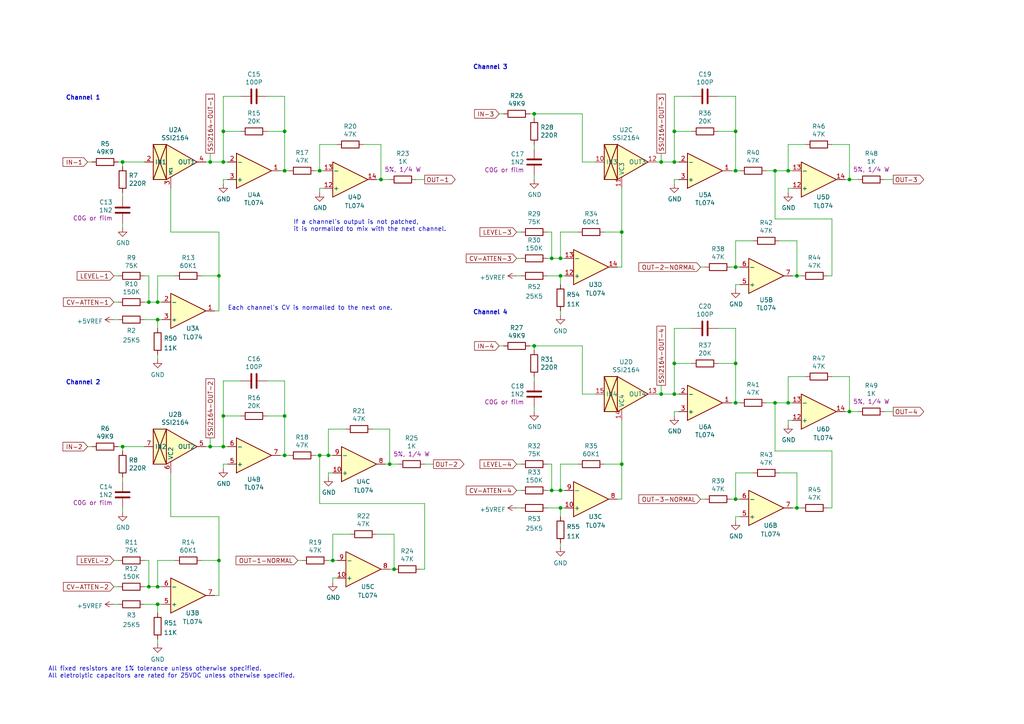
<source format=kicad_sch>
(kicad_sch (version 20211123) (generator eeschema)
  (paper "A4")
  (title_block (title "Eurorack 4XVCA Module") (date "2021-12-24") (rev "1.0") (company "Len Popp") (comment 1 "Copyright © 2021 Len Popp CC BY") (comment 2 "Eurorack quad exponential VCA module - 10HP"))
  (junction (at 213.36 144.78))
  (junction (at 35.56 46.99))
  (junction (at 43.18 170.18))
  (junction (at 64.77 129.54))
  (junction (at 82.55 120.65))
  (junction (at 63.5 162.56))
  (junction (at 35.56 129.54))
  (junction (at 224.79 116.84))
  (junction (at 154.94 100.33))
  (junction (at 64.77 120.65))
  (junction (at 195.58 38.1))
  (junction (at 95.25 132.08))
  (junction (at 45.72 170.18))
  (junction (at 45.72 175.26))
  (junction (at 60.96 46.99))
  (junction (at 191.77 46.99))
  (junction (at 60.96 129.54))
  (junction (at 180.34 134.62))
  (junction (at 180.34 67.31))
  (junction (at 110.49 52.07))
  (junction (at 63.5 80.01))
  (junction (at 228.6 49.53))
  (junction (at 191.77 114.3))
  (junction (at 162.56 80.01))
  (junction (at 231.14 80.01))
  (junction (at 246.38 119.38))
  (junction (at 92.71 49.53))
  (junction (at 154.94 33.02))
  (junction (at 82.55 49.53))
  (junction (at 82.55 38.1))
  (junction (at 231.14 147.32))
  (junction (at 113.03 134.62))
  (junction (at 246.38 52.07))
  (junction (at 45.72 92.71))
  (junction (at 224.79 49.53))
  (junction (at 82.55 132.08))
  (junction (at 96.52 162.56))
  (junction (at 162.56 147.32))
  (junction (at 195.58 46.99))
  (junction (at 213.36 38.1))
  (junction (at 114.3 165.1))
  (junction (at 43.18 87.63))
  (junction (at 195.58 105.41))
  (junction (at 160.02 142.24))
  (junction (at 64.77 38.1))
  (junction (at 213.36 49.53))
  (junction (at 213.36 116.84))
  (junction (at 162.56 142.24))
  (junction (at 160.02 74.93))
  (junction (at 228.6 116.84))
  (junction (at 162.56 74.93))
  (junction (at 64.77 46.99))
  (junction (at 213.36 105.41))
  (junction (at 213.36 77.47))
  (junction (at 195.58 114.3))
  (junction (at 92.71 132.08))
  (junction (at 45.72 87.63))
  (wire (pts (xy 154.94 100.33) (xy 168.91 100.33)))
  (wire (pts (xy 91.44 49.53) (xy 92.71 49.53)))
  (wire (pts (xy 248.92 52.07) (xy 246.38 52.07)))
  (wire (pts (xy 158.75 80.01) (xy 162.56 80.01)))
  (wire (pts (xy 66.04 46.99) (xy 64.77 46.99)))
  (wire (pts (xy 162.56 80.01) (xy 162.56 82.55)))
  (wire (pts (xy 35.56 57.15) (xy 35.56 55.88)))
  (wire (pts (xy 45.72 87.63) (xy 45.72 80.01)))
  (wire (pts (xy 162.56 90.17) (xy 162.56 91.44)))
  (wire (pts (xy 158.75 67.31) (xy 160.02 67.31)))
  (wire (pts (xy 34.29 162.56) (xy 33.02 162.56)))
  (wire (pts (xy 96.52 162.56) (xy 97.79 162.56)))
  (wire (pts (xy 95.25 132.08) (xy 96.52 132.08)))
  (wire (pts (xy 101.6 154.94) (xy 96.52 154.94)))
  (wire (pts (xy 160.02 134.62) (xy 160.02 142.24)))
  (wire (pts (xy 172.72 114.3) (xy 168.91 114.3)))
  (wire (pts (xy 229.87 80.01) (xy 231.14 80.01)))
  (wire (pts (xy 213.36 82.55) (xy 213.36 83.82)))
  (wire (pts (xy 63.5 172.72) (xy 62.23 172.72)))
  (wire (pts (xy 241.3 147.32) (xy 241.3 130.81)))
  (wire (pts (xy 49.53 54.61) (xy 49.53 67.31)))
  (wire (pts (xy 163.83 142.24) (xy 162.56 142.24)))
  (wire (pts (xy 35.56 46.99) (xy 34.29 46.99)))
  (wire (pts (xy 41.91 175.26) (xy 45.72 175.26)))
  (wire (pts (xy 172.72 46.99) (xy 168.91 46.99)))
  (wire (pts (xy 195.58 27.94) (xy 200.66 27.94)))
  (wire (pts (xy 195.58 119.38) (xy 195.58 120.65)))
  (wire (pts (xy 228.6 49.53) (xy 228.6 41.91)))
  (wire (pts (xy 162.56 74.93) (xy 160.02 74.93)))
  (wire (pts (xy 82.55 110.49) (xy 82.55 120.65)))
  (wire (pts (xy 180.34 134.62) (xy 180.34 144.78)))
  (wire (pts (xy 49.53 137.16) (xy 49.53 149.86)))
  (wire (pts (xy 64.77 27.94) (xy 69.85 27.94)))
  (wire (pts (xy 196.85 46.99) (xy 195.58 46.99)))
  (wire (pts (xy 34.29 87.63) (xy 33.02 87.63)))
  (wire (pts (xy 246.38 109.22) (xy 246.38 119.38)))
  (wire (pts (xy 180.34 121.92) (xy 180.34 134.62)))
  (wire (pts (xy 213.36 27.94) (xy 213.36 38.1)))
  (wire (pts (xy 123.19 165.1) (xy 121.92 165.1)))
  (wire (pts (xy 228.6 54.61) (xy 228.6 55.88)))
  (wire (pts (xy 208.28 95.25) (xy 213.36 95.25)))
  (wire (pts (xy 175.26 134.62) (xy 180.34 134.62)))
  (wire (pts (xy 218.44 69.85) (xy 213.36 69.85)))
  (wire (pts (xy 77.47 110.49) (xy 82.55 110.49)))
  (wire (pts (xy 229.87 121.92) (xy 228.6 121.92)))
  (wire (pts (xy 35.56 66.04) (xy 35.56 64.77)))
  (wire (pts (xy 151.13 142.24) (xy 149.86 142.24)))
  (wire (pts (xy 151.13 134.62) (xy 149.86 134.62)))
  (wire (pts (xy 33.02 92.71) (xy 34.29 92.71)))
  (wire (pts (xy 107.95 124.46) (xy 113.03 124.46)))
  (wire (pts (xy 92.71 132.08) (xy 95.25 132.08)))
  (wire (pts (xy 95.25 132.08) (xy 95.25 124.46)))
  (wire (pts (xy 92.71 49.53) (xy 92.71 41.91)))
  (wire (pts (xy 228.6 109.22) (xy 233.68 109.22)))
  (wire (pts (xy 149.86 80.01) (xy 151.13 80.01)))
  (wire (pts (xy 212.09 77.47) (xy 213.36 77.47)))
  (wire (pts (xy 64.77 134.62) (xy 64.77 135.89)))
  (wire (pts (xy 154.94 43.18) (xy 154.94 41.91)))
  (wire (pts (xy 58.42 162.56) (xy 63.5 162.56)))
  (wire (pts (xy 231.14 147.32) (xy 231.14 137.16)))
  (wire (pts (xy 162.56 142.24) (xy 162.56 134.62)))
  (wire (pts (xy 196.85 52.07) (xy 195.58 52.07)))
  (wire (pts (xy 26.67 46.99) (xy 25.4 46.99)))
  (wire (pts (xy 114.3 154.94) (xy 109.22 154.94)))
  (wire (pts (xy 203.2 144.78) (xy 204.47 144.78)))
  (wire (pts (xy 113.03 52.07) (xy 110.49 52.07)))
  (wire (pts (xy 196.85 114.3) (xy 195.58 114.3)))
  (wire (pts (xy 240.03 80.01) (xy 241.3 80.01)))
  (wire (pts (xy 213.36 38.1) (xy 213.36 49.53)))
  (wire (pts (xy 45.72 175.26) (xy 45.72 177.8)))
  (wire (pts (xy 228.6 121.92) (xy 228.6 123.19)))
  (wire (pts (xy 228.6 116.84) (xy 228.6 109.22)))
  (wire (pts (xy 240.03 147.32) (xy 241.3 147.32)))
  (wire (pts (xy 224.79 116.84) (xy 228.6 116.84)))
  (wire (pts (xy 154.94 100.33) (xy 153.67 100.33)))
  (wire (pts (xy 97.79 167.64) (xy 96.52 167.64)))
  (wire (pts (xy 228.6 41.91) (xy 233.68 41.91)))
  (wire (pts (xy 158.75 134.62) (xy 160.02 134.62)))
  (wire (pts (xy 180.34 54.61) (xy 180.34 67.31)))
  (wire (pts (xy 190.5 46.99) (xy 191.77 46.99)))
  (wire (pts (xy 45.72 162.56) (xy 50.8 162.56)))
  (wire (pts (xy 46.99 92.71) (xy 45.72 92.71)))
  (wire (pts (xy 63.5 149.86) (xy 49.53 149.86)))
  (wire (pts (xy 125.73 134.62) (xy 123.19 134.62)))
  (wire (pts (xy 110.49 52.07) (xy 109.22 52.07)))
  (wire (pts (xy 231.14 69.85) (xy 226.06 69.85)))
  (wire (pts (xy 214.63 49.53) (xy 213.36 49.53)))
  (wire (pts (xy 208.28 105.41) (xy 213.36 105.41)))
  (wire (pts (xy 212.09 116.84) (xy 213.36 116.84)))
  (wire (pts (xy 92.71 132.08) (xy 92.71 146.05)))
  (wire (pts (xy 33.02 175.26) (xy 34.29 175.26)))
  (wire (pts (xy 214.63 82.55) (xy 213.36 82.55)))
  (wire (pts (xy 154.94 52.07) (xy 154.94 50.8)))
  (wire (pts (xy 160.02 67.31) (xy 160.02 74.93)))
  (wire (pts (xy 241.3 63.5) (xy 224.79 63.5)))
  (wire (pts (xy 195.58 95.25) (xy 195.58 105.41)))
  (wire (pts (xy 162.56 157.48) (xy 162.56 158.75)))
  (wire (pts (xy 43.18 162.56) (xy 43.18 170.18)))
  (wire (pts (xy 43.18 87.63) (xy 41.91 87.63)))
  (wire (pts (xy 115.57 134.62) (xy 113.03 134.62)))
  (wire (pts (xy 95.25 137.16) (xy 95.25 138.43)))
  (wire (pts (xy 214.63 149.86) (xy 213.36 149.86)))
  (wire (pts (xy 58.42 80.01) (xy 63.5 80.01)))
  (wire (pts (xy 241.3 41.91) (xy 246.38 41.91)))
  (wire (pts (xy 96.52 167.64) (xy 96.52 168.91)))
  (wire (pts (xy 259.08 52.07) (xy 256.54 52.07)))
  (wire (pts (xy 66.04 134.62) (xy 64.77 134.62)))
  (wire (pts (xy 228.6 49.53) (xy 229.87 49.53)))
  (wire (pts (xy 154.94 101.6) (xy 154.94 100.33)))
  (wire (pts (xy 114.3 165.1) (xy 114.3 154.94)))
  (wire (pts (xy 213.36 144.78) (xy 214.63 144.78)))
  (wire (pts (xy 82.55 132.08) (xy 81.28 132.08)))
  (wire (pts (xy 66.04 129.54) (xy 64.77 129.54)))
  (wire (pts (xy 162.56 147.32) (xy 162.56 149.86)))
  (wire (pts (xy 195.58 38.1) (xy 195.58 46.99)))
  (wire (pts (xy 212.09 144.78) (xy 213.36 144.78)))
  (wire (pts (xy 224.79 63.5) (xy 224.79 49.53)))
  (wire (pts (xy 231.14 80.01) (xy 231.14 69.85)))
  (wire (pts (xy 60.96 46.99) (xy 64.77 46.99)))
  (wire (pts (xy 191.77 114.3) (xy 195.58 114.3)))
  (wire (pts (xy 213.36 137.16) (xy 213.36 144.78)))
  (wire (pts (xy 46.99 170.18) (xy 45.72 170.18)))
  (wire (pts (xy 195.58 105.41) (xy 195.58 114.3)))
  (wire (pts (xy 41.91 129.54) (xy 35.56 129.54)))
  (wire (pts (xy 45.72 185.42) (xy 45.72 186.69)))
  (wire (pts (xy 64.77 120.65) (xy 69.85 120.65)))
  (wire (pts (xy 208.28 27.94) (xy 213.36 27.94)))
  (wire (pts (xy 86.36 162.56) (xy 87.63 162.56)))
  (wire (pts (xy 77.47 27.94) (xy 82.55 27.94)))
  (wire (pts (xy 241.3 130.81) (xy 224.79 130.81)))
  (wire (pts (xy 113.03 124.46) (xy 113.03 134.62)))
  (wire (pts (xy 149.86 147.32) (xy 151.13 147.32)))
  (wire (pts (xy 224.79 130.81) (xy 224.79 116.84)))
  (wire (pts (xy 64.77 38.1) (xy 69.85 38.1)))
  (wire (pts (xy 82.55 132.08) (xy 83.82 132.08)))
  (wire (pts (xy 224.79 49.53) (xy 228.6 49.53)))
  (wire (pts (xy 92.71 146.05) (xy 123.19 146.05)))
  (wire (pts (xy 154.94 110.49) (xy 154.94 109.22)))
  (wire (pts (xy 195.58 38.1) (xy 200.66 38.1)))
  (wire (pts (xy 191.77 111.76) (xy 191.77 114.3)))
  (wire (pts (xy 123.19 52.07) (xy 120.65 52.07)))
  (wire (pts (xy 41.91 46.99) (xy 35.56 46.99)))
  (wire (pts (xy 241.3 80.01) (xy 241.3 63.5)))
  (wire (pts (xy 146.05 33.02) (xy 144.78 33.02)))
  (wire (pts (xy 162.56 147.32) (xy 163.83 147.32)))
  (wire (pts (xy 154.94 33.02) (xy 153.67 33.02)))
  (wire (pts (xy 63.5 80.01) (xy 63.5 90.17)))
  (wire (pts (xy 95.25 124.46) (xy 100.33 124.46)))
  (wire (pts (xy 259.08 119.38) (xy 256.54 119.38)))
  (wire (pts (xy 246.38 41.91) (xy 246.38 52.07)))
  (wire (pts (xy 59.69 46.99) (xy 60.96 46.99)))
  (wire (pts (xy 228.6 116.84) (xy 229.87 116.84)))
  (wire (pts (xy 191.77 46.99) (xy 195.58 46.99)))
  (wire (pts (xy 113.03 165.1) (xy 114.3 165.1)))
  (wire (pts (xy 213.36 149.86) (xy 213.36 151.13)))
  (wire (pts (xy 162.56 67.31) (xy 167.64 67.31)))
  (wire (pts (xy 195.58 105.41) (xy 200.66 105.41)))
  (wire (pts (xy 212.09 49.53) (xy 213.36 49.53)))
  (wire (pts (xy 82.55 38.1) (xy 82.55 49.53)))
  (wire (pts (xy 213.36 105.41) (xy 213.36 116.84)))
  (wire (pts (xy 34.29 80.01) (xy 33.02 80.01)))
  (wire (pts (xy 218.44 137.16) (xy 213.36 137.16)))
  (wire (pts (xy 59.69 129.54) (xy 60.96 129.54)))
  (wire (pts (xy 45.72 102.87) (xy 45.72 104.14)))
  (wire (pts (xy 175.26 67.31) (xy 180.34 67.31)))
  (wire (pts (xy 46.99 87.63) (xy 45.72 87.63)))
  (wire (pts (xy 213.36 95.25) (xy 213.36 105.41)))
  (wire (pts (xy 160.02 74.93) (xy 158.75 74.93)))
  (wire (pts (xy 60.96 129.54) (xy 64.77 129.54)))
  (wire (pts (xy 95.25 162.56) (xy 96.52 162.56)))
  (wire (pts (xy 64.77 110.49) (xy 69.85 110.49)))
  (wire (pts (xy 123.19 146.05) (xy 123.19 165.1)))
  (wire (pts (xy 92.71 54.61) (xy 92.71 55.88)))
  (wire (pts (xy 63.5 80.01) (xy 63.5 67.31)))
  (wire (pts (xy 77.47 120.65) (xy 82.55 120.65)))
  (wire (pts (xy 231.14 80.01) (xy 232.41 80.01)))
  (wire (pts (xy 63.5 90.17) (xy 62.23 90.17)))
  (wire (pts (xy 93.98 54.61) (xy 92.71 54.61)))
  (wire (pts (xy 43.18 80.01) (xy 43.18 87.63)))
  (wire (pts (xy 180.34 67.31) (xy 180.34 77.47)))
  (wire (pts (xy 82.55 49.53) (xy 81.28 49.53)))
  (wire (pts (xy 64.77 52.07) (xy 64.77 53.34)))
  (wire (pts (xy 162.56 80.01) (xy 163.83 80.01)))
  (wire (pts (xy 64.77 110.49) (xy 64.77 120.65)))
  (wire (pts (xy 41.91 162.56) (xy 43.18 162.56)))
  (wire (pts (xy 66.04 52.07) (xy 64.77 52.07)))
  (wire (pts (xy 92.71 41.91) (xy 97.79 41.91)))
  (wire (pts (xy 180.34 77.47) (xy 179.07 77.47)))
  (wire (pts (xy 246.38 52.07) (xy 245.11 52.07)))
  (wire (pts (xy 195.58 52.07) (xy 195.58 53.34)))
  (wire (pts (xy 180.34 144.78) (xy 179.07 144.78)))
  (wire (pts (xy 191.77 44.45) (xy 191.77 46.99)))
  (wire (pts (xy 213.36 69.85) (xy 213.36 77.47)))
  (wire (pts (xy 34.29 170.18) (xy 33.02 170.18)))
  (wire (pts (xy 35.56 139.7) (xy 35.56 138.43)))
  (wire (pts (xy 64.77 38.1) (xy 64.77 46.99)))
  (wire (pts (xy 35.56 48.26) (xy 35.56 46.99)))
  (wire (pts (xy 160.02 142.24) (xy 158.75 142.24)))
  (wire (pts (xy 92.71 132.08) (xy 91.44 132.08)))
  (wire (pts (xy 63.5 67.31) (xy 49.53 67.31)))
  (wire (pts (xy 231.14 137.16) (xy 226.06 137.16)))
  (wire (pts (xy 222.25 49.53) (xy 224.79 49.53)))
  (wire (pts (xy 168.91 114.3) (xy 168.91 100.33)))
  (wire (pts (xy 82.55 120.65) (xy 82.55 132.08)))
  (wire (pts (xy 214.63 116.84) (xy 213.36 116.84)))
  (wire (pts (xy 35.56 130.81) (xy 35.56 129.54)))
  (wire (pts (xy 195.58 95.25) (xy 200.66 95.25)))
  (wire (pts (xy 82.55 27.94) (xy 82.55 38.1)))
  (wire (pts (xy 60.96 127) (xy 60.96 129.54)))
  (wire (pts (xy 158.75 147.32) (xy 162.56 147.32)))
  (wire (pts (xy 60.96 44.45) (xy 60.96 46.99)))
  (wire (pts (xy 41.91 92.71) (xy 45.72 92.71)))
  (wire (pts (xy 146.05 100.33) (xy 144.78 100.33)))
  (wire (pts (xy 45.72 170.18) (xy 45.72 162.56)))
  (wire (pts (xy 92.71 49.53) (xy 93.98 49.53)))
  (wire (pts (xy 26.67 129.54) (xy 25.4 129.54)))
  (wire (pts (xy 151.13 74.93) (xy 149.86 74.93)))
  (wire (pts (xy 246.38 119.38) (xy 245.11 119.38)))
  (wire (pts (xy 213.36 77.47) (xy 214.63 77.47)))
  (wire (pts (xy 46.99 175.26) (xy 45.72 175.26)))
  (wire (pts (xy 45.72 80.01) (xy 50.8 80.01)))
  (wire (pts (xy 203.2 77.47) (xy 204.47 77.47)))
  (wire (pts (xy 222.25 116.84) (xy 224.79 116.84)))
  (wire (pts (xy 151.13 67.31) (xy 149.86 67.31)))
  (wire (pts (xy 163.83 74.93) (xy 162.56 74.93)))
  (wire (pts (xy 96.52 137.16) (xy 95.25 137.16)))
  (wire (pts (xy 196.85 119.38) (xy 195.58 119.38)))
  (wire (pts (xy 45.72 87.63) (xy 43.18 87.63)))
  (wire (pts (xy 41.91 80.01) (xy 43.18 80.01)))
  (wire (pts (xy 105.41 41.91) (xy 110.49 41.91)))
  (wire (pts (xy 35.56 148.59) (xy 35.56 147.32)))
  (wire (pts (xy 45.72 170.18) (xy 43.18 170.18)))
  (wire (pts (xy 63.5 162.56) (xy 63.5 172.72)))
  (wire (pts (xy 229.87 147.32) (xy 231.14 147.32)))
  (wire (pts (xy 229.87 54.61) (xy 228.6 54.61)))
  (wire (pts (xy 77.47 38.1) (xy 82.55 38.1)))
  (wire (pts (xy 154.94 34.29) (xy 154.94 33.02)))
  (wire (pts (xy 35.56 129.54) (xy 34.29 129.54)))
  (wire (pts (xy 162.56 74.93) (xy 162.56 67.31)))
  (wire (pts (xy 64.77 120.65) (xy 64.77 129.54)))
  (wire (pts (xy 231.14 147.32) (xy 232.41 147.32)))
  (wire (pts (xy 113.03 134.62) (xy 111.76 134.62)))
  (wire (pts (xy 168.91 46.99) (xy 168.91 33.02)))
  (wire (pts (xy 43.18 170.18) (xy 41.91 170.18)))
  (wire (pts (xy 154.94 119.38) (xy 154.94 118.11)))
  (wire (pts (xy 162.56 142.24) (xy 160.02 142.24)))
  (wire (pts (xy 154.94 33.02) (xy 168.91 33.02)))
  (wire (pts (xy 45.72 92.71) (xy 45.72 95.25)))
  (wire (pts (xy 96.52 154.94) (xy 96.52 162.56)))
  (wire (pts (xy 195.58 27.94) (xy 195.58 38.1)))
  (wire (pts (xy 241.3 109.22) (xy 246.38 109.22)))
  (wire (pts (xy 110.49 41.91) (xy 110.49 52.07)))
  (wire (pts (xy 63.5 162.56) (xy 63.5 149.86)))
  (wire (pts (xy 208.28 38.1) (xy 213.36 38.1)))
  (wire (pts (xy 82.55 49.53) (xy 83.82 49.53)))
  (wire (pts (xy 248.92 119.38) (xy 246.38 119.38)))
  (wire (pts (xy 190.5 114.3) (xy 191.77 114.3)))
  (wire (pts (xy 64.77 27.94) (xy 64.77 38.1)))
  (wire (pts (xy 162.56 134.62) (xy 167.64 134.62)))
  (text "Power & Stuff" (at 304.8 72.39 0) (effects (font (size 2.54 2.54) (thickness 0.508) bold) (justify left bottom)))
  (text "All fixed resistors are 1% tolerance unless otherwise specified.\nAll eletrolytic capacitors are rated for 25VDC unless otherwise specified." (at 13.97 196.85 0) (effects (font (size 1.27 1.27)) (justify left bottom)))
  (text "Channel 2" (at 19.05 111.76 0) (effects (font (size 1.27 1.27) (thickness 0.254) bold) (justify left bottom)))
  (text "Channel 3" (at 137.16 20.32 0) (effects (font (size 1.27 1.27) (thickness 0.254) bold) (justify left bottom)))
  (text "Channel 4" (at 137.16 91.44 0) (effects (font (size 1.27 1.27) (thickness 0.254) bold) (justify left bottom)))
  (text "Controls & Connectors" (at 304.8 21.59 0) (effects (font (size 2.54 2.54) (thickness 0.508) bold) (justify left bottom)))
  (text "Each channel's CV is normalled to the next one." (at 66.04 90.17 0) (effects (font (size 1.27 1.27)) (justify left bottom)))
  (text "Channel 1" (at 19.05 29.21 0) (effects (font (size 1.27 1.27) (thickness 0.254) bold) (justify left bottom)))
  (text "If a channel's output is not patched, \nit is normalled to mix with the next channel." (at 85.09 67.31 0) (effects (font (size 1.27 1.27)) (justify left bottom)))
  (global_label "OUT-4" (shape output) (at 259.08 119.38 0) (property "Intersheet References" "${INTERSHEET_REFS}" (effects hide)))
  (global_label "IN-2" (shape input) (at 25.4 129.54 180) (property "Intersheet References" "${INTERSHEET_REFS}" (effects hide)))
  (global_label "CV-ATTEN-1" (shape input) (at 33.02 87.63 180) (property "Intersheet References" "${INTERSHEET_REFS}" (effects hide)))
  (global_label "LEVEL-3" (shape input) (at 149.86 67.31 180) (property "Intersheet References" "${INTERSHEET_REFS}" (effects hide)))
  (global_label "SSI2164-OUT-4" (shape passive) (at 191.77 111.76 90) (property "Intersheet References" "${INTERSHEET_REFS}" (effects hide)))
  (global_label "SSI2164-OUT-3" (shape passive) (at 191.77 44.45 90) (property "Intersheet References" "${INTERSHEET_REFS}" (effects hide)))
  (global_label "CV-ATTEN-3" (shape input) (at 149.86 74.93 180) (property "Intersheet References" "${INTERSHEET_REFS}" (effects hide)))
  (global_label "OUT-1-NORMAL" (shape input) (at 86.36 162.56 180) (property "Intersheet References" "${INTERSHEET_REFS}" (effects hide)))
  (global_label "CV-ATTEN-4" (shape input) (at 149.86 142.24 180) (property "Intersheet References" "${INTERSHEET_REFS}" (effects hide)))
  (global_label "SSI2164-OUT-2" (shape passive) (at 60.96 127 90) (property "Intersheet References" "${INTERSHEET_REFS}" (effects hide)))
  (global_label "IN-1" (shape input) (at 25.4 46.99 180) (property "Intersheet References" "${INTERSHEET_REFS}" (effects hide)))
  (global_label "LEVEL-2" (shape input) (at 33.02 162.56 180) (property "Intersheet References" "${INTERSHEET_REFS}" (effects hide)))
  (global_label "OUT-3" (shape output) (at 259.08 52.07 0) (property "Intersheet References" "${INTERSHEET_REFS}" (effects hide)))
  (global_label "LEVEL-1" (shape input) (at 33.02 80.01 180) (property "Intersheet References" "${INTERSHEET_REFS}" (effects hide)))
  (global_label "SSI2164-OUT-1" (shape passive) (at 60.96 44.45 90) (property "Intersheet References" "${INTERSHEET_REFS}" (effects hide)))
  (global_label "OUT-2-NORMAL" (shape input) (at 203.2 77.47 180) (property "Intersheet References" "${INTERSHEET_REFS}" (effects hide)))
  (global_label "IN-4" (shape input) (at 144.78 100.33 180) (property "Intersheet References" "${INTERSHEET_REFS}" (effects hide)))
  (global_label "OUT-3-NORMAL" (shape input) (at 203.2 144.78 180) (property "Intersheet References" "${INTERSHEET_REFS}" (effects hide)))
  (global_label "OUT-2" (shape output) (at 125.73 134.62 0) (property "Intersheet References" "${INTERSHEET_REFS}" (effects hide)))
  (global_label "IN-3" (shape input) (at 144.78 33.02 180) (property "Intersheet References" "${INTERSHEET_REFS}" (effects hide)))
  (global_label "CV-ATTEN-2" (shape input) (at 33.02 170.18 180) (property "Intersheet References" "${INTERSHEET_REFS}" (effects hide)))
  (global_label "OUT-1" (shape output) (at 123.19 52.07 0) (property "Intersheet References" "${INTERSHEET_REFS}" (effects hide)))
  (global_label "LEVEL-4" (shape input) (at 149.86 134.62 180) (property "Intersheet References" "${INTERSHEET_REFS}" (effects hide)))
  (symbol (lib_id "-lmp-synth:SSI2164") (at 49.53 46.99 0) (unit 1)
    (property "Reference" "U2" (at 50.8 37.6682 0))
    (property "Value" "SSI2164" (at 50.8 39.9796 0))
    (property "Footprint" "-lmp-breakout:Breakout_DIP-16_W15.24mm" (effects hide))
    (property "Datasheet" "http://soundsemiconductor.com/downloads/ssi2164datasheet.pdf" (effects hide))
    (property "Manufacturer" "Sound Semiconductor" (effects hide))
    (property "ManufacturerPartNum" "SSI2164" (effects hide))
    (property "Distributor" "Synthcube" (effects hide))
    (property "DistributorPartNum" "ICNSSI2164SMT" (effects hide))
    (property "DistributorPartLink" "https://synthcube.com/cart/sound-semiconductor-ssi2164-fatkeys-quad-voltage-controlled-amplifier?search=ssi2164&description=true" (effects hide))
    (property "Distributor2" "Antique Electronic Supply" (effects hide))
    (property "DistributorPartNum2" "P-Q-SSI2164" (effects hide))
    (property "DistributorPartLink2" "https://www.tubesandmore.com/products/integrated-circuit-ssi2164-quad-vca-sound-semiconductor" (effects hide))
  )
  (symbol (lib_id "-lmp:R_1%_0W166") (at 30.48 46.99 270) (unit 1)
    (property "Reference" "R5" (at 30.48 41.7322 90))
    (property "Value" "49K9" (at 30.48 44.0436 90))
    (property "Footprint" "-lmp-misc:R_Axial_DIN0207_L6.3mm_D2.5mm_P7.62mm_Horizontal" (effects hide))
    (property "Datasheet" "https://www.mouser.ca/datasheet/2/427/cmfmil-1762972.pdf" (effects hide))
    (property "Manufacturer" "Vishay / Dale" (effects hide))
    (property "ManufacturerPartNum" "RN55D4992FB14" (effects hide))
    (property "Distributor" "Mouser" (effects hide))
    (property "DistributorPartNum" "71-RN55D-F-49.9K" (effects hide))
    (property "DistributorPartLink" "https://www.mouser.ca/ProductDetail/?qs=Bfn3yGQ%252BnqpBsi5J7q%252Bw4w%3D%3D" (effects hide))
  )
  (symbol (lib_id "-lmp:R_1%_0W166") (at 35.56 52.07 0) (unit 1)
    (property "Reference" "R7" (at 37.338 50.9016 0) (effects (justify left)))
    (property "Value" "220R" (at 37.338 53.213 0) (effects (justify left)))
    (property "Footprint" "-lmp-misc:R_Axial_DIN0207_L6.3mm_D2.5mm_P7.62mm_Horizontal" (effects hide))
    (property "Datasheet" "https://www.mouser.ca/datasheet/2/447/Yageo_LR_MFR_1-1714151.pdf" (effects hide))
    (property "Manufacturer" "YAGEO" (effects hide))
    (property "ManufacturerPartNum" "MFR-12FTF52-220R" (effects hide))
    (property "Distributor" "Mouser" (effects hide))
    (property "DistributorPartNum" " 603-MFR-12FTF52-220R" (effects hide))
    (property "DistributorPartLink" "https://www.mouser.ca/ProductDetail/603-MFR-12FTF52-220R" (effects hide))
    (property "Value2" "1%, 1/6 W" (effects hide))
  )
  (symbol (lib_id "-lmp:CC") (at 35.56 60.96 0) (unit 1)
    (property "Reference" "C13" (at 32.6644 58.6486 0) (effects (justify right)))
    (property "Value" "1N2" (at 32.6644 60.96 0) (effects (justify right)))
    (property "Footprint" "-lmp-misc:C_Rect_Kemet_L7.2mm_W2.5mm_P5mm" (effects hide))
    (property "Datasheet" "https://www.mouser.ca/datasheet/2/212/1/KEM_F3101_R82-1103738.pdf" (effects hide))
    (property "Note" "C0G or film" (at 32.6644 63.2714 0) (effects (justify right)))
    (property "Distributor" "Mouser" (effects hide))
    (property "DistributorPartLink" "https://www.mouser.ca/ProductDetail/KEMET/R82EC1120DQ50J?qs=Jv4FAWB%252B0HZ5I6mPsbz5Ew%3D%3D" (effects hide))
    (property "DistributorPartNum" "80-R82EC1120DQ50J" (effects hide))
    (property "Manufacturer" "Kemet" (effects hide))
    (property "ManufacturerPartNum" "R82EC1120DQ50J" (effects hide))
  )
  (symbol (lib_id "-lmp-power:GND") (at 35.56 66.04 0) (unit 1)
    (property "Reference" "#PWR04" (effects hide))
    (property "Value" "GND" (at 35.687 70.4342 0))
  )
  (symbol (lib_id "-lmp:R_1%_0W166") (at 38.1 80.01 270) (unit 1)
    (property "Reference" "R9" (at 38.1 74.7522 90))
    (property "Value" "75K" (at 38.1 77.0636 90))
    (property "Footprint" "-lmp-misc:R_Axial_DIN0207_L6.3mm_D2.5mm_P7.62mm_Horizontal" (effects hide))
    (property "Datasheet" "https://www.mouser.ca/datasheet/2/447/Yageo_LR_MFR_1-1714151.pdf" (effects hide))
    (property "Manufacturer" "YAGEO" (effects hide))
    (property "ManufacturerPartNum" "MFR-12*" (effects hide))
    (property "Distributor" "Mouser" (effects hide))
    (property "DistributorPartNum" "603-MFR-12*" (effects hide))
    (property "DistributorPartLink" "https://www.mouser.ca/c/?m=YAGEO&power+rating=166+mW+(1%2f6+W)&tolerance=1+%25&instock=y" (effects hide))
    (property "Value2" "1%, 1/6 W" (effects hide))
  )
  (symbol (lib_id "-lmp:R_1%_0W166") (at 38.1 87.63 270) (unit 1)
    (property "Reference" "R10" (at 38.1 82.3722 90))
    (property "Value" "150K" (at 38.1 84.6836 90))
    (property "Footprint" "-lmp-misc:R_Axial_DIN0207_L6.3mm_D2.5mm_P7.62mm_Horizontal" (effects hide))
    (property "Datasheet" "https://www.mouser.ca/datasheet/2/447/Yageo_LR_MFR_1-1714151.pdf" (effects hide))
    (property "Manufacturer" "YAGEO" (effects hide))
    (property "ManufacturerPartNum" "MFR-12*" (effects hide))
    (property "Distributor" "Mouser" (effects hide))
    (property "DistributorPartNum" "603-MFR-12*" (effects hide))
    (property "DistributorPartLink" "https://www.mouser.ca/c/?m=YAGEO&power+rating=166+mW+(1%2f6+W)&tolerance=1+%25&instock=y" (effects hide))
    (property "Value2" "1%, 1/6 W" (effects hide))
  )
  (symbol (lib_id "-lmp:R_1%_0W166") (at 54.61 80.01 270) (unit 1)
    (property "Reference" "R13" (at 54.61 74.7522 90))
    (property "Value" "60K1" (at 54.61 77.0636 90))
    (property "Footprint" "-lmp-misc:R_Axial_DIN0207_L6.3mm_D2.5mm_P7.62mm_Horizontal" (effects hide))
    (property "Datasheet" "https://www.mouser.ca/datasheet/2/427/cmfmil-1762972.pdf" (effects hide))
    (property "Manufacturer" "Vishay / Dale" (effects hide))
    (property "ManufacturerPartNum" "RN55D6012FB14" (effects hide))
    (property "Distributor" "Mouser" (effects hide))
    (property "DistributorPartNum" "71-RN55D-F-60.1K" (effects hide))
    (property "DistributorPartLink" "https://www.mouser.ca/ProductDetail/71-RN55D-F-60.1K" (effects hide))
    (property "Value2" "1%" (effects hide))
  )
  (symbol (lib_id "-lmp-opamp:TL074") (at 54.61 90.17 0) (mirror x) (unit 1)
    (property "Reference" "U3" (at 55.88 95.25 0))
    (property "Value" "TL074" (at 55.88 97.79 0))
    (property "Footprint" "-lmp-misc:DIP-14_W7.62mm_LongPads" (effects hide))
    (property "Datasheet" "http://www.ti.com/lit/ds/symlink/tl071.pdf" (effects hide))
    (property "Manufacturer" "Texas Instruments" (effects hide))
    (property "ManufacturerPartNum" "TL074BCN" (effects hide))
    (property "Distributor" "Mouser" (effects hide))
    (property "DistributorPartNum" "595-TL074BCN" (effects hide))
    (property "DistributorPartLink" "https://www.mouser.ca/ProductDetail/?qs=vxEfx8VrU7BHurOY5iQdiA%3D%3D" (effects hide))
  )
  (symbol (lib_id "-lmp-opamp:TL074") (at 73.66 49.53 0) (mirror x) (unit 1)
    (property "Reference" "U4" (at 73.66 56.515 0))
    (property "Value" "TL074" (at 73.66 58.8264 0))
    (property "Footprint" "-lmp-misc:DIP-14_W7.62mm_LongPads" (effects hide))
    (property "Datasheet" "http://www.ti.com/lit/ds/symlink/tl071.pdf" (effects hide))
    (property "Manufacturer" "Texas Instruments" (effects hide))
    (property "ManufacturerPartNum" "TL074BCN" (effects hide))
    (property "Distributor" "Mouser" (effects hide))
    (property "DistributorPartNum" "595-TL074BCN" (effects hide))
    (property "DistributorPartLink" "https://www.mouser.ca/ProductDetail/?qs=vxEfx8VrU7BHurOY5iQdiA%3D%3D" (effects hide))
  )
  (symbol (lib_id "-lmp:R_1%_0W166") (at 73.66 38.1 270) (unit 1)
    (property "Reference" "R15" (at 73.66 32.8422 90))
    (property "Value" "20K" (at 73.66 35.1536 90))
    (property "Footprint" "-lmp-misc:R_Axial_DIN0207_L6.3mm_D2.5mm_P7.62mm_Horizontal" (effects hide))
    (property "Datasheet" "https://www.mouser.ca/datasheet/2/447/Yageo_LR_MFR_1-1714151.pdf" (effects hide))
    (property "Manufacturer" "YAGEO" (effects hide))
    (property "ManufacturerPartNum" "MFR-12*" (effects hide))
    (property "Distributor" "Mouser" (effects hide))
    (property "DistributorPartNum" "603-MFR-12*" (effects hide))
    (property "DistributorPartLink" "https://www.mouser.ca/c/?m=YAGEO&power+rating=166+mW+(1%2f6+W)&tolerance=1+%25&instock=y" (effects hide))
    (property "Value2" "1%, 1/6 W" (effects hide))
  )
  (symbol (lib_id "-lmp-power:GND") (at 64.77 53.34 0) (unit 1)
    (property "Reference" "#PWR06" (effects hide))
    (property "Value" "GND" (at 64.897 57.7342 0))
  )
  (symbol (lib_id "-lmp:CC") (at 73.66 27.94 270) (unit 1)
    (property "Reference" "C15" (at 73.66 21.5392 90))
    (property "Value" "100P" (at 73.66 23.8506 90))
    (property "Footprint" "Capacitor_THT:C_Disc_D3.8mm_W2.6mm_P2.50mm" (effects hide))
    (property "Datasheet" "https://www.mouser.ca/datasheet/2/427/VISH_S_A0012659393_1-2572337.pdf" (effects hide))
    (property "Distributor" "Mouser" (effects hide))
    (property "DistributorPartLink" "https://www.mouser.ca/ProductDetail/594-K101J15C0GF53L2" (effects hide))
    (property "DistributorPartNum" "594-K101J15C0GF53L2" (effects hide))
    (property "Manufacturer" "Vishay" (effects hide))
    (property "ManufacturerPartNum" "K101J15C0GF53L2" (effects hide))
  )
  (symbol (lib_id "-lmp:R_1%_0W166") (at 87.63 49.53 270) (unit 1)
    (property "Reference" "R17" (at 87.63 44.2722 90))
    (property "Value" "47K" (at 87.63 46.5836 90))
    (property "Footprint" "-lmp-misc:R_Axial_DIN0207_L6.3mm_D2.5mm_P7.62mm_Horizontal" (effects hide))
    (property "Datasheet" "https://www.mouser.ca/datasheet/2/447/Yageo_LR_MFR_1-1714151.pdf" (effects hide))
    (property "Manufacturer" "YAGEO" (effects hide))
    (property "ManufacturerPartNum" "MFR-12FTF52-47K" (effects hide))
    (property "Distributor" "Mouser" (effects hide))
    (property "DistributorPartNum" "603-MFR-12FTF52-47K" (effects hide))
    (property "DistributorPartLink" "https://www.mouser.ca/ProductDetail/YAGEO/MFR-12FTF52-47K?qs=oAGoVhmvjhylO%2Fy0ChGYrw%3D%3D" (effects hide))
    (property "Value2" "1%, 1/6 W" (effects hide))
  )
  (symbol (lib_id "-lmp-opamp:TL074") (at 101.6 52.07 0) (mirror x) (unit 4)
    (property "Reference" "U4" (at 102.87 57.15 0))
    (property "Value" "TL074" (at 102.87 59.69 0))
    (property "Footprint" "-lmp-misc:DIP-14_W7.62mm_LongPads" (effects hide))
    (property "Datasheet" "http://www.ti.com/lit/ds/symlink/tl071.pdf" (effects hide))
    (property "Manufacturer" "Texas Instruments" (effects hide))
    (property "ManufacturerPartNum" "TL074BCN" (effects hide))
    (property "Distributor" "Mouser" (effects hide))
    (property "DistributorPartNum" "595-TL074BCN" (effects hide))
    (property "DistributorPartLink" "https://www.mouser.ca/ProductDetail/?qs=vxEfx8VrU7BHurOY5iQdiA%3D%3D" (effects hide))
  )
  (symbol (lib_id "-lmp:R_1%_0W166") (at 101.6 41.91 270) (unit 1)
    (property "Reference" "R20" (at 101.6 36.6522 90))
    (property "Value" "47K" (at 101.6 38.9636 90))
    (property "Footprint" "-lmp-misc:R_Axial_DIN0207_L6.3mm_D2.5mm_P7.62mm_Horizontal" (effects hide))
    (property "Datasheet" "https://www.mouser.ca/datasheet/2/447/Yageo_LR_MFR_1-1714151.pdf" (effects hide))
    (property "Manufacturer" "YAGEO" (effects hide))
    (property "ManufacturerPartNum" "MFR-12FTF52-47K" (effects hide))
    (property "Distributor" "Mouser" (effects hide))
    (property "DistributorPartNum" "603-MFR-12FTF52-47K" (effects hide))
    (property "DistributorPartLink" "https://www.mouser.ca/ProductDetail/YAGEO/MFR-12FTF52-47K?qs=oAGoVhmvjhylO%2Fy0ChGYrw%3D%3D" (effects hide))
    (property "Value2" "1%, 1/6 W" (effects hide))
  )
  (symbol (lib_id "-lmp-power:GND") (at 92.71 55.88 0) (unit 1)
    (property "Reference" "#PWR08" (effects hide))
    (property "Value" "GND" (at 92.837 60.2742 0))
  )
  (symbol (lib_id "-lmp-synth:R_1K_Output") (at 116.84 52.07 270) (unit 1)
    (property "Reference" "R23" (at 116.84 44.5262 90))
    (property "Value" "1K" (at 116.84 46.8376 90))
    (property "Footprint" "-lmp-misc:R_Axial_DIN0207_L6.3mm_D2.5mm_P10.16mm_Horizontal" (effects hide))
    (property "Datasheet" "https://www.mouser.ca/datasheet/2/427/ccf07-1762725.pdf" (effects hide))
    (property "Value2" "5%, 1/4 W" (at 116.84 49.149 90))
    (property "Note" "Output limiting" (effects hide))
    (property "Manufacturer" "Vishay / Dale" (effects hide))
    (property "ManufacturerPartNum" "CCF071K00JKE36" (effects hide))
    (property "Distributor" "Mouser" (effects hide))
    (property "DistributorPartNum" "71-CCF071K00JKE36" (effects hide))
    (property "DistributorPartLink" "https://www.mouser.ca/ProductDetail/Vishay-Dale/CCF071K00JKE36?qs=sGAEpiMZZMsPqMdJzcrNwqw41JD0NFylHV1MADcQnpo%3D" (effects hide))
  )
  (symbol (lib_id "-lmp-synth:SSI2164") (at 49.53 129.54 0) (unit 2)
    (property "Reference" "U2" (at 50.8 120.2182 0))
    (property "Value" "SSI2164" (at 50.8 122.5296 0))
    (property "Footprint" "-lmp-breakout:Breakout_DIP-16_W15.24mm" (effects hide))
    (property "Datasheet" "http://soundsemiconductor.com/downloads/ssi2164datasheet.pdf" (effects hide))
    (property "Manufacturer" "Sound Semiconductor" (effects hide))
    (property "ManufacturerPartNum" "SSI2164" (effects hide))
    (property "Distributor" "Synthcube" (effects hide))
    (property "DistributorPartNum" "ICNSSI2164SMT" (effects hide))
    (property "DistributorPartLink" "https://synthcube.com/cart/sound-semiconductor-ssi2164-fatkeys-quad-voltage-controlled-amplifier?search=ssi2164&description=true" (effects hide))
    (property "Distributor2" "Antique Electronic Supply" (effects hide))
    (property "DistributorPartNum2" "P-Q-SSI2164" (effects hide))
    (property "DistributorPartLink2" "https://www.tubesandmore.com/products/integrated-circuit-ssi2164-quad-vca-sound-semiconductor" (effects hide))
  )
  (symbol (lib_id "-lmp:R_1%_0W166") (at 30.48 129.54 270) (unit 1)
    (property "Reference" "R6" (at 30.48 124.2822 90))
    (property "Value" "49K9" (at 30.48 126.5936 90))
    (property "Footprint" "-lmp-misc:R_Axial_DIN0207_L6.3mm_D2.5mm_P7.62mm_Horizontal" (effects hide))
    (property "Datasheet" "https://www.mouser.ca/datasheet/2/427/cmfmil-1762972.pdf" (effects hide))
    (property "Manufacturer" "Vishay / Dale" (effects hide))
    (property "ManufacturerPartNum" "RN55D4992FB14" (effects hide))
    (property "Distributor" "Mouser" (effects hide))
    (property "DistributorPartNum" "71-RN55D-F-49.9K" (effects hide))
    (property "DistributorPartLink" "https://www.mouser.ca/ProductDetail/?qs=Bfn3yGQ%252BnqpBsi5J7q%252Bw4w%3D%3D" (effects hide))
  )
  (symbol (lib_id "-lmp:R_1%_0W166") (at 35.56 134.62 0) (unit 1)
    (property "Reference" "R8" (at 37.338 133.4516 0) (effects (justify left)))
    (property "Value" "220R" (at 37.338 135.763 0) (effects (justify left)))
    (property "Footprint" "-lmp-misc:R_Axial_DIN0207_L6.3mm_D2.5mm_P7.62mm_Horizontal" (effects hide))
    (property "Datasheet" "https://www.mouser.ca/datasheet/2/447/Yageo_LR_MFR_1-1714151.pdf" (effects hide))
    (property "Manufacturer" "YAGEO" (effects hide))
    (property "ManufacturerPartNum" "MFR-12FTF52-220R" (effects hide))
    (property "Distributor" "Mouser" (effects hide))
    (property "DistributorPartNum" " 603-MFR-12FTF52-220R" (effects hide))
    (property "DistributorPartLink" "https://www.mouser.ca/ProductDetail/603-MFR-12FTF52-220R" (effects hide))
    (property "Value2" "1%, 1/6 W" (effects hide))
  )
  (symbol (lib_id "-lmp:CC") (at 35.56 143.51 0) (unit 1)
    (property "Reference" "C14" (at 32.6644 141.1986 0) (effects (justify right)))
    (property "Value" "1N2" (at 32.6644 143.51 0) (effects (justify right)))
    (property "Footprint" "-lmp-misc:C_Rect_Kemet_L7.2mm_W2.5mm_P5mm" (effects hide))
    (property "Datasheet" "https://www.mouser.ca/datasheet/2/212/1/KEM_F3101_R82-1103738.pdf" (effects hide))
    (property "Note" "C0G or film" (at 32.6644 145.8214 0) (effects (justify right)))
    (property "Distributor" "Mouser" (effects hide))
    (property "DistributorPartLink" "https://www.mouser.ca/ProductDetail/KEMET/R82EC1120DQ50J?qs=Jv4FAWB%252B0HZ5I6mPsbz5Ew%3D%3D" (effects hide))
    (property "DistributorPartNum" "80-R82EC1120DQ50J" (effects hide))
    (property "Manufacturer" "Kemet" (effects hide))
    (property "ManufacturerPartNum" "R82EC1120DQ50J" (effects hide))
  )
  (symbol (lib_id "-lmp-power:GND") (at 35.56 148.59 0) (unit 1)
    (property "Reference" "#PWR05" (effects hide))
    (property "Value" "GND" (at 35.687 152.9842 0))
  )
  (symbol (lib_id "-lmp:R_1%_0W166") (at 38.1 162.56 270) (unit 1)
    (property "Reference" "R11" (at 38.1 157.3022 90))
    (property "Value" "75K" (at 38.1 159.6136 90))
    (property "Footprint" "-lmp-misc:R_Axial_DIN0207_L6.3mm_D2.5mm_P7.62mm_Horizontal" (effects hide))
    (property "Datasheet" "https://www.mouser.ca/datasheet/2/447/Yageo_LR_MFR_1-1714151.pdf" (effects hide))
    (property "Manufacturer" "YAGEO" (effects hide))
    (property "ManufacturerPartNum" "MFR-12*" (effects hide))
    (property "Distributor" "Mouser" (effects hide))
    (property "DistributorPartNum" "603-MFR-12*" (effects hide))
    (property "DistributorPartLink" "https://www.mouser.ca/c/?m=YAGEO&power+rating=166+mW+(1%2f6+W)&tolerance=1+%25&instock=y" (effects hide))
    (property "Value2" "1%, 1/6 W" (effects hide))
  )
  (symbol (lib_id "-lmp:R_1%_0W166") (at 38.1 170.18 270) (unit 1)
    (property "Reference" "R12" (at 38.1 164.9222 90))
    (property "Value" "150K" (at 38.1 167.2336 90))
    (property "Footprint" "-lmp-misc:R_Axial_DIN0207_L6.3mm_D2.5mm_P7.62mm_Horizontal" (effects hide))
    (property "Datasheet" "https://www.mouser.ca/datasheet/2/447/Yageo_LR_MFR_1-1714151.pdf" (effects hide))
    (property "Manufacturer" "YAGEO" (effects hide))
    (property "ManufacturerPartNum" "MFR-12*" (effects hide))
    (property "Distributor" "Mouser" (effects hide))
    (property "DistributorPartNum" "603-MFR-12*" (effects hide))
    (property "DistributorPartLink" "https://www.mouser.ca/c/?m=YAGEO&power+rating=166+mW+(1%2f6+W)&tolerance=1+%25&instock=y" (effects hide))
    (property "Value2" "1%, 1/6 W" (effects hide))
  )
  (symbol (lib_id "-lmp:R_1%_0W166") (at 54.61 162.56 270) (unit 1)
    (property "Reference" "R14" (at 54.61 157.3022 90))
    (property "Value" "60K1" (at 54.61 159.6136 90))
    (property "Footprint" "-lmp-misc:R_Axial_DIN0207_L6.3mm_D2.5mm_P7.62mm_Horizontal" (effects hide))
    (property "Datasheet" "https://www.mouser.ca/datasheet/2/427/cmfmil-1762972.pdf" (effects hide))
    (property "Manufacturer" "Vishay / Dale" (effects hide))
    (property "ManufacturerPartNum" "RN55D6012FB14" (effects hide))
    (property "Distributor" "Mouser" (effects hide))
    (property "DistributorPartNum" "71-RN55D-F-60.1K" (effects hide))
    (property "DistributorPartLink" "https://www.mouser.ca/ProductDetail/71-RN55D-F-60.1K" (effects hide))
    (property "Value2" "1%" (effects hide))
  )
  (symbol (lib_id "-lmp-opamp:TL074") (at 54.61 172.72 0) (mirror x) (unit 2)
    (property "Reference" "U3" (at 55.88 177.8 0))
    (property "Value" "TL074" (at 55.88 180.34 0))
    (property "Footprint" "-lmp-misc:DIP-14_W7.62mm_LongPads" (effects hide))
    (property "Datasheet" "http://www.ti.com/lit/ds/symlink/tl071.pdf" (effects hide))
    (property "Manufacturer" "Texas Instruments" (effects hide))
    (property "ManufacturerPartNum" "TL074BCN" (effects hide))
    (property "Distributor" "Mouser" (effects hide))
    (property "DistributorPartNum" "595-TL074BCN" (effects hide))
    (property "DistributorPartLink" "https://www.mouser.ca/ProductDetail/?qs=vxEfx8VrU7BHurOY5iQdiA%3D%3D" (effects hide))
  )
  (symbol (lib_id "-lmp-opamp:TL074") (at 73.66 132.08 0) (mirror x) (unit 2)
    (property "Reference" "U4" (at 73.66 139.065 0))
    (property "Value" "TL074" (at 73.66 141.3764 0))
    (property "Footprint" "-lmp-misc:DIP-14_W7.62mm_LongPads" (effects hide))
    (property "Datasheet" "http://www.ti.com/lit/ds/symlink/tl071.pdf" (effects hide))
    (property "Manufacturer" "Texas Instruments" (effects hide))
    (property "ManufacturerPartNum" "TL074BCN" (effects hide))
    (property "Distributor" "Mouser" (effects hide))
    (property "DistributorPartNum" "595-TL074BCN" (effects hide))
    (property "DistributorPartLink" "https://www.mouser.ca/ProductDetail/?qs=vxEfx8VrU7BHurOY5iQdiA%3D%3D" (effects hide))
  )
  (symbol (lib_id "-lmp:R_1%_0W166") (at 73.66 120.65 270) (unit 1)
    (property "Reference" "R16" (at 73.66 115.3922 90))
    (property "Value" "20K" (at 73.66 117.7036 90))
    (property "Footprint" "-lmp-misc:R_Axial_DIN0207_L6.3mm_D2.5mm_P7.62mm_Horizontal" (effects hide))
    (property "Datasheet" "https://www.mouser.ca/datasheet/2/447/Yageo_LR_MFR_1-1714151.pdf" (effects hide))
    (property "Manufacturer" "YAGEO" (effects hide))
    (property "ManufacturerPartNum" "MFR-12*" (effects hide))
    (property "Distributor" "Mouser" (effects hide))
    (property "DistributorPartNum" "603-MFR-12*" (effects hide))
    (property "DistributorPartLink" "https://www.mouser.ca/c/?m=YAGEO&power+rating=166+mW+(1%2f6+W)&tolerance=1+%25&instock=y" (effects hide))
    (property "Value2" "1%, 1/6 W" (effects hide))
  )
  (symbol (lib_id "-lmp-power:GND") (at 64.77 135.89 0) (unit 1)
    (property "Reference" "#PWR07" (effects hide))
    (property "Value" "GND" (at 64.897 140.2842 0))
  )
  (symbol (lib_id "-lmp:CC") (at 73.66 110.49 270) (unit 1)
    (property "Reference" "C16" (at 73.66 104.0892 90))
    (property "Value" "100P" (at 73.66 106.4006 90))
    (property "Footprint" "Capacitor_THT:C_Disc_D3.8mm_W2.6mm_P2.50mm" (effects hide))
    (property "Datasheet" "https://www.mouser.ca/datasheet/2/427/VISH_S_A0012659393_1-2572337.pdf" (effects hide))
    (property "Distributor" "Mouser" (effects hide))
    (property "DistributorPartLink" "https://www.mouser.ca/ProductDetail/594-K101J15C0GF53L2" (effects hide))
    (property "DistributorPartNum" "594-K101J15C0GF53L2" (effects hide))
    (property "Manufacturer" "Vishay" (effects hide))
    (property "ManufacturerPartNum" "K101J15C0GF53L2" (effects hide))
  )
  (symbol (lib_id "-lmp:R_1%_0W166") (at 87.63 132.08 270) (unit 1)
    (property "Reference" "R18" (at 87.63 126.8222 90))
    (property "Value" "47K" (at 87.63 129.1336 90))
    (property "Footprint" "-lmp-misc:R_Axial_DIN0207_L6.3mm_D2.5mm_P7.62mm_Horizontal" (effects hide))
    (property "Datasheet" "https://www.mouser.ca/datasheet/2/447/Yageo_LR_MFR_1-1714151.pdf" (effects hide))
    (property "Manufacturer" "YAGEO" (effects hide))
    (property "ManufacturerPartNum" "MFR-12FTF52-47K" (effects hide))
    (property "Distributor" "Mouser" (effects hide))
    (property "DistributorPartNum" "603-MFR-12FTF52-47K" (effects hide))
    (property "DistributorPartLink" "https://www.mouser.ca/ProductDetail/YAGEO/MFR-12FTF52-47K?qs=oAGoVhmvjhylO%2Fy0ChGYrw%3D%3D" (effects hide))
    (property "Value2" "1%, 1/6 W" (effects hide))
  )
  (symbol (lib_id "-lmp-opamp:TL074") (at 104.14 134.62 0) (mirror x) (unit 3)
    (property "Reference" "U4" (at 105.41 139.7 0))
    (property "Value" "TL074" (at 105.41 142.24 0))
    (property "Footprint" "-lmp-misc:DIP-14_W7.62mm_LongPads" (effects hide))
    (property "Datasheet" "http://www.ti.com/lit/ds/symlink/tl071.pdf" (effects hide))
    (property "Manufacturer" "Texas Instruments" (effects hide))
    (property "ManufacturerPartNum" "TL074BCN" (effects hide))
    (property "Distributor" "Mouser" (effects hide))
    (property "DistributorPartNum" "595-TL074BCN" (effects hide))
    (property "DistributorPartLink" "https://www.mouser.ca/ProductDetail/?qs=vxEfx8VrU7BHurOY5iQdiA%3D%3D" (effects hide))
  )
  (symbol (lib_id "-lmp:R_1%_0W166") (at 104.14 124.46 270) (unit 1)
    (property "Reference" "R21" (at 104.14 119.2022 90))
    (property "Value" "47K" (at 104.14 121.5136 90))
    (property "Footprint" "-lmp-misc:R_Axial_DIN0207_L6.3mm_D2.5mm_P7.62mm_Horizontal" (effects hide))
    (property "Datasheet" "https://www.mouser.ca/datasheet/2/447/Yageo_LR_MFR_1-1714151.pdf" (effects hide))
    (property "Manufacturer" "YAGEO" (effects hide))
    (property "ManufacturerPartNum" "MFR-12FTF52-47K" (effects hide))
    (property "Distributor" "Mouser" (effects hide))
    (property "DistributorPartNum" "603-MFR-12FTF52-47K" (effects hide))
    (property "DistributorPartLink" "https://www.mouser.ca/ProductDetail/YAGEO/MFR-12FTF52-47K?qs=oAGoVhmvjhylO%2Fy0ChGYrw%3D%3D" (effects hide))
    (property "Value2" "1%, 1/6 W" (effects hide))
  )
  (symbol (lib_id "-lmp-power:GND") (at 95.25 138.43 0) (unit 1)
    (property "Reference" "#PWR09" (effects hide))
    (property "Value" "GND" (at 95.377 142.8242 0))
  )
  (symbol (lib_id "-lmp-synth:R_1K_Output") (at 119.38 134.62 270) (unit 1)
    (property "Reference" "R25" (at 119.38 127.0762 90))
    (property "Value" "1K" (at 119.38 129.3876 90))
    (property "Footprint" "-lmp-misc:R_Axial_DIN0207_L6.3mm_D2.5mm_P10.16mm_Horizontal" (effects hide))
    (property "Datasheet" "https://www.mouser.ca/datasheet/2/427/ccf07-1762725.pdf" (effects hide))
    (property "Value2" "5%, 1/4 W" (at 119.38 131.699 90))
    (property "Note" "Output limiting" (effects hide))
    (property "Manufacturer" "Vishay / Dale" (effects hide))
    (property "ManufacturerPartNum" "CCF071K00JKE36" (effects hide))
    (property "Distributor" "Mouser" (effects hide))
    (property "DistributorPartNum" "71-CCF071K00JKE36" (effects hide))
    (property "DistributorPartLink" "https://www.mouser.ca/ProductDetail/Vishay-Dale/CCF071K00JKE36?qs=sGAEpiMZZMsPqMdJzcrNwqw41JD0NFylHV1MADcQnpo%3D" (effects hide))
  )
  (symbol (lib_id "-lmp-opamp:TL074") (at 105.41 165.1 0) (mirror x) (unit 3)
    (property "Reference" "U5" (at 106.68 170.18 0))
    (property "Value" "TL074" (at 106.68 172.72 0))
    (property "Footprint" "-lmp-misc:DIP-14_W7.62mm_LongPads" (effects hide))
    (property "Datasheet" "http://www.ti.com/lit/ds/symlink/tl071.pdf" (effects hide))
    (property "Manufacturer" "Texas Instruments" (effects hide))
    (property "ManufacturerPartNum" "TL074BCN" (effects hide))
    (property "Distributor" "Mouser" (effects hide))
    (property "DistributorPartNum" "595-TL074BCN" (effects hide))
    (property "DistributorPartLink" "https://www.mouser.ca/ProductDetail/?qs=vxEfx8VrU7BHurOY5iQdiA%3D%3D" (effects hide))
  )
  (symbol (lib_id "-lmp:R_1%_0W166") (at 91.44 162.56 270) (unit 1)
    (property "Reference" "R19" (at 91.44 157.3022 90))
    (property "Value" "47K" (at 91.44 159.6136 90))
    (property "Footprint" "-lmp-misc:R_Axial_DIN0207_L6.3mm_D2.5mm_P7.62mm_Horizontal" (effects hide))
    (property "Datasheet" "https://www.mouser.ca/datasheet/2/447/Yageo_LR_MFR_1-1714151.pdf" (effects hide))
    (property "Manufacturer" "YAGEO" (effects hide))
    (property "ManufacturerPartNum" "MFR-12FTF52-47K" (effects hide))
    (property "Distributor" "Mouser" (effects hide))
    (property "DistributorPartNum" "603-MFR-12FTF52-47K" (effects hide))
    (property "DistributorPartLink" "https://www.mouser.ca/ProductDetail/YAGEO/MFR-12FTF52-47K?qs=oAGoVhmvjhylO%2Fy0ChGYrw%3D%3D" (effects hide))
    (property "Value2" "1%, 1/6 W" (effects hide))
  )
  (symbol (lib_id "-lmp:R_1%_0W166") (at 105.41 154.94 270) (unit 1)
    (property "Reference" "R22" (at 105.41 149.6822 90))
    (property "Value" "47K" (at 105.41 151.9936 90))
    (property "Footprint" "-lmp-misc:R_Axial_DIN0207_L6.3mm_D2.5mm_P7.62mm_Horizontal" (effects hide))
    (property "Datasheet" "https://www.mouser.ca/datasheet/2/447/Yageo_LR_MFR_1-1714151.pdf" (effects hide))
    (property "Manufacturer" "YAGEO" (effects hide))
    (property "ManufacturerPartNum" "MFR-12FTF52-47K" (effects hide))
    (property "Distributor" "Mouser" (effects hide))
    (property "DistributorPartNum" "603-MFR-12FTF52-47K" (effects hide))
    (property "DistributorPartLink" "https://www.mouser.ca/ProductDetail/YAGEO/MFR-12FTF52-47K?qs=oAGoVhmvjhylO%2Fy0ChGYrw%3D%3D" (effects hide))
    (property "Value2" "1%, 1/6 W" (effects hide))
  )
  (symbol (lib_id "-lmp:R_1%_0W166") (at 118.11 165.1 270) (unit 1)
    (property "Reference" "R24" (at 118.11 159.8422 90))
    (property "Value" "47K" (at 118.11 162.1536 90))
    (property "Footprint" "-lmp-misc:R_Axial_DIN0207_L6.3mm_D2.5mm_P7.62mm_Horizontal" (effects hide))
    (property "Datasheet" "https://www.mouser.ca/datasheet/2/447/Yageo_LR_MFR_1-1714151.pdf" (effects hide))
    (property "Manufacturer" "YAGEO" (effects hide))
    (property "ManufacturerPartNum" "MFR-12FTF52-47K" (effects hide))
    (property "Distributor" "Mouser" (effects hide))
    (property "DistributorPartNum" "603-MFR-12FTF52-47K" (effects hide))
    (property "DistributorPartLink" "https://www.mouser.ca/ProductDetail/YAGEO/MFR-12FTF52-47K?qs=oAGoVhmvjhylO%2Fy0ChGYrw%3D%3D" (effects hide))
    (property "Value2" "1%, 1/6 W" (effects hide))
  )
  (symbol (lib_id "-lmp-power:GND") (at 96.52 168.91 0) (unit 1)
    (property "Reference" "#PWR010" (effects hide))
    (property "Value" "GND" (at 96.647 173.3042 0))
  )
  (symbol (lib_id "-lmp-synth:SSI2164") (at 180.34 46.99 0) (unit 3)
    (property "Reference" "U2" (at 181.61 37.6682 0))
    (property "Value" "SSI2164" (at 181.61 39.9796 0))
    (property "Footprint" "-lmp-breakout:Breakout_DIP-16_W15.24mm" (effects hide))
    (property "Datasheet" "http://soundsemiconductor.com/downloads/ssi2164datasheet.pdf" (effects hide))
    (property "Manufacturer" "Sound Semiconductor" (effects hide))
    (property "ManufacturerPartNum" "SSI2164" (effects hide))
    (property "Distributor" "Synthcube" (effects hide))
    (property "DistributorPartNum" "ICNSSI2164SMT" (effects hide))
    (property "DistributorPartLink" "https://synthcube.com/cart/sound-semiconductor-ssi2164-fatkeys-quad-voltage-controlled-amplifier?search=ssi2164&description=true" (effects hide))
    (property "Distributor2" "Antique Electronic Supply" (effects hide))
    (property "DistributorPartNum2" "P-Q-SSI2164" (effects hide))
    (property "DistributorPartLink2" "https://www.tubesandmore.com/products/integrated-circuit-ssi2164-quad-vca-sound-semiconductor" (effects hide))
  )
  (symbol (lib_id "-lmp:R_1%_0W166") (at 149.86 33.02 270) (unit 1)
    (property "Reference" "R26" (at 149.86 27.7622 90))
    (property "Value" "49K9" (at 149.86 30.0736 90))
    (property "Footprint" "-lmp-misc:R_Axial_DIN0207_L6.3mm_D2.5mm_P7.62mm_Horizontal" (effects hide))
    (property "Datasheet" "https://www.mouser.ca/datasheet/2/427/cmfmil-1762972.pdf" (effects hide))
    (property "Manufacturer" "Vishay / Dale" (effects hide))
    (property "ManufacturerPartNum" "RN55D4992FB14" (effects hide))
    (property "Distributor" "Mouser" (effects hide))
    (property "DistributorPartNum" "71-RN55D-F-49.9K" (effects hide))
    (property "DistributorPartLink" "https://www.mouser.ca/ProductDetail/?qs=Bfn3yGQ%252BnqpBsi5J7q%252Bw4w%3D%3D" (effects hide))
  )
  (symbol (lib_id "-lmp:R_1%_0W166") (at 154.94 38.1 0) (unit 1)
    (property "Reference" "R28" (at 156.718 36.9316 0) (effects (justify left)))
    (property "Value" "220R" (at 156.718 39.243 0) (effects (justify left)))
    (property "Footprint" "-lmp-misc:R_Axial_DIN0207_L6.3mm_D2.5mm_P7.62mm_Horizontal" (effects hide))
    (property "Datasheet" "https://www.mouser.ca/datasheet/2/447/Yageo_LR_MFR_1-1714151.pdf" (effects hide))
    (property "Manufacturer" "YAGEO" (effects hide))
    (property "ManufacturerPartNum" "MFR-12FTF52-220R" (effects hide))
    (property "Distributor" "Mouser" (effects hide))
    (property "DistributorPartNum" " 603-MFR-12FTF52-220R" (effects hide))
    (property "DistributorPartLink" "https://www.mouser.ca/ProductDetail/603-MFR-12FTF52-220R" (effects hide))
    (property "Value2" "1%, 1/6 W" (effects hide))
  )
  (symbol (lib_id "-lmp:CC") (at 154.94 46.99 0) (unit 1)
    (property "Reference" "C17" (at 152.0444 44.6786 0) (effects (justify right)))
    (property "Value" "1N2" (at 152.0444 46.99 0) (effects (justify right)))
    (property "Footprint" "-lmp-misc:C_Rect_Kemet_L7.2mm_W2.5mm_P5mm" (effects hide))
    (property "Datasheet" "https://www.mouser.ca/datasheet/2/212/1/KEM_F3101_R82-1103738.pdf" (effects hide))
    (property "Note" "C0G or film" (at 152.0444 49.3014 0) (effects (justify right)))
    (property "Distributor" "Mouser" (effects hide))
    (property "DistributorPartLink" "https://www.mouser.ca/ProductDetail/KEMET/R82EC1120DQ50J?qs=Jv4FAWB%252B0HZ5I6mPsbz5Ew%3D%3D" (effects hide))
    (property "DistributorPartNum" "80-R82EC1120DQ50J" (effects hide))
    (property "Manufacturer" "Kemet" (effects hide))
    (property "ManufacturerPartNum" "R82EC1120DQ50J" (effects hide))
  )
  (symbol (lib_id "-lmp-power:GND") (at 154.94 52.07 0) (unit 1)
    (property "Reference" "#PWR011" (effects hide))
    (property "Value" "GND" (at 155.067 56.4642 0))
  )
  (symbol (lib_id "-lmp:R_1%_0W166") (at 154.94 67.31 270) (unit 1)
    (property "Reference" "R29" (at 154.94 62.0522 90))
    (property "Value" "75K" (at 154.94 64.3636 90))
    (property "Footprint" "-lmp-misc:R_Axial_DIN0207_L6.3mm_D2.5mm_P7.62mm_Horizontal" (effects hide))
    (property "Datasheet" "https://www.mouser.ca/datasheet/2/447/Yageo_LR_MFR_1-1714151.pdf" (effects hide))
    (property "Manufacturer" "YAGEO" (effects hide))
    (property "ManufacturerPartNum" "MFR-12*" (effects hide))
    (property "Distributor" "Mouser" (effects hide))
    (property "DistributorPartNum" "603-MFR-12*" (effects hide))
    (property "DistributorPartLink" "https://www.mouser.ca/c/?m=YAGEO&power+rating=166+mW+(1%2f6+W)&tolerance=1+%25&instock=y" (effects hide))
    (property "Value2" "1%, 1/6 W" (effects hide))
  )
  (symbol (lib_id "-lmp:R_1%_0W166") (at 154.94 74.93 270) (unit 1)
    (property "Reference" "R30" (at 154.94 69.6722 90))
    (property "Value" "150K" (at 154.94 71.9836 90))
    (property "Footprint" "-lmp-misc:R_Axial_DIN0207_L6.3mm_D2.5mm_P7.62mm_Horizontal" (effects hide))
    (property "Datasheet" "https://www.mouser.ca/datasheet/2/447/Yageo_LR_MFR_1-1714151.pdf" (effects hide))
    (property "Manufacturer" "YAGEO" (effects hide))
    (property "ManufacturerPartNum" "MFR-12*" (effects hide))
    (property "Distributor" "Mouser" (effects hide))
    (property "DistributorPartNum" "603-MFR-12*" (effects hide))
    (property "DistributorPartLink" "https://www.mouser.ca/c/?m=YAGEO&power+rating=166+mW+(1%2f6+W)&tolerance=1+%25&instock=y" (effects hide))
    (property "Value2" "1%, 1/6 W" (effects hide))
  )
  (symbol (lib_id "-lmp:R_1%_0W166") (at 171.45 67.31 270) (unit 1)
    (property "Reference" "R34" (at 171.45 62.0522 90))
    (property "Value" "60K1" (at 171.45 64.3636 90))
    (property "Footprint" "-lmp-misc:R_Axial_DIN0207_L6.3mm_D2.5mm_P7.62mm_Horizontal" (effects hide))
    (property "Datasheet" "https://www.mouser.ca/datasheet/2/427/cmfmil-1762972.pdf" (effects hide))
    (property "Manufacturer" "Vishay / Dale" (effects hide))
    (property "ManufacturerPartNum" "RN55D6012FB14" (effects hide))
    (property "Distributor" "Mouser" (effects hide))
    (property "DistributorPartNum" "71-RN55D-F-60.1K" (effects hide))
    (property "DistributorPartLink" "https://www.mouser.ca/ProductDetail/71-RN55D-F-60.1K" (effects hide))
    (property "Value2" "1%" (effects hide))
  )
  (symbol (lib_id "-lmp-opamp:TL074") (at 171.45 77.47 0) (mirror x) (unit 4)
    (property "Reference" "U3" (at 172.72 82.55 0))
    (property "Value" "TL074" (at 172.72 85.09 0))
    (property "Footprint" "-lmp-misc:DIP-14_W7.62mm_LongPads" (effects hide))
    (property "Datasheet" "http://www.ti.com/lit/ds/symlink/tl071.pdf" (effects hide))
    (property "Manufacturer" "Texas Instruments" (effects hide))
    (property "ManufacturerPartNum" "TL074BCN" (effects hide))
    (property "Distributor" "Mouser" (effects hide))
    (property "DistributorPartNum" "595-TL074BCN" (effects hide))
    (property "DistributorPartLink" "https://www.mouser.ca/ProductDetail/?qs=vxEfx8VrU7BHurOY5iQdiA%3D%3D" (effects hide))
  )
  (symbol (lib_id "-lmp-opamp:TL074") (at 204.47 49.53 0) (mirror x) (unit 1)
    (property "Reference" "U5" (at 204.47 56.515 0))
    (property "Value" "TL074" (at 204.47 58.8264 0))
    (property "Footprint" "-lmp-misc:DIP-14_W7.62mm_LongPads" (effects hide))
    (property "Datasheet" "http://www.ti.com/lit/ds/symlink/tl071.pdf" (effects hide))
    (property "Manufacturer" "Texas Instruments" (effects hide))
    (property "ManufacturerPartNum" "TL074BCN" (effects hide))
    (property "Distributor" "Mouser" (effects hide))
    (property "DistributorPartNum" "595-TL074BCN" (effects hide))
    (property "DistributorPartLink" "https://www.mouser.ca/ProductDetail/?qs=vxEfx8VrU7BHurOY5iQdiA%3D%3D" (effects hide))
  )
  (symbol (lib_id "-lmp:R_1%_0W166") (at 204.47 38.1 270) (unit 1)
    (property "Reference" "R36" (at 204.47 32.8422 90))
    (property "Value" "20K" (at 204.47 35.1536 90))
    (property "Footprint" "-lmp-misc:R_Axial_DIN0207_L6.3mm_D2.5mm_P7.62mm_Horizontal" (effects hide))
    (property "Datasheet" "https://www.mouser.ca/datasheet/2/447/Yageo_LR_MFR_1-1714151.pdf" (effects hide))
    (property "Manufacturer" "YAGEO" (effects hide))
    (property "ManufacturerPartNum" "MFR-12*" (effects hide))
    (property "Distributor" "Mouser" (effects hide))
    (property "DistributorPartNum" "603-MFR-12*" (effects hide))
    (property "DistributorPartLink" "https://www.mouser.ca/c/?m=YAGEO&power+rating=166+mW+(1%2f6+W)&tolerance=1+%25&instock=y" (effects hide))
    (property "Value2" "1%, 1/6 W" (effects hide))
  )
  (symbol (lib_id "-lmp-power:GND") (at 195.58 53.34 0) (unit 1)
    (property "Reference" "#PWR013" (effects hide))
    (property "Value" "GND" (at 195.707 57.7342 0))
  )
  (symbol (lib_id "-lmp:CC") (at 204.47 27.94 270) (unit 1)
    (property "Reference" "C19" (at 204.47 21.5392 90))
    (property "Value" "100P" (at 204.47 23.8506 90))
    (property "Footprint" "Capacitor_THT:C_Disc_D3.8mm_W2.6mm_P2.50mm" (effects hide))
    (property "Datasheet" "https://www.mouser.ca/datasheet/2/427/VISH_S_A0012659393_1-2572337.pdf" (effects hide))
    (property "Distributor" "Mouser" (effects hide))
    (property "DistributorPartLink" "https://www.mouser.ca/ProductDetail/594-K101J15C0GF53L2" (effects hide))
    (property "DistributorPartNum" "594-K101J15C0GF53L2" (effects hide))
    (property "Manufacturer" "Vishay" (effects hide))
    (property "ManufacturerPartNum" "K101J15C0GF53L2" (effects hide))
  )
  (symbol (lib_id "-lmp:R_1%_0W166") (at 218.44 49.53 270) (unit 1)
    (property "Reference" "R40" (at 218.44 44.2722 90))
    (property "Value" "47K" (at 218.44 46.5836 90))
    (property "Footprint" "-lmp-misc:R_Axial_DIN0207_L6.3mm_D2.5mm_P7.62mm_Horizontal" (effects hide))
    (property "Datasheet" "https://www.mouser.ca/datasheet/2/447/Yageo_LR_MFR_1-1714151.pdf" (effects hide))
    (property "Manufacturer" "YAGEO" (effects hide))
    (property "ManufacturerPartNum" "MFR-12FTF52-47K" (effects hide))
    (property "Distributor" "Mouser" (effects hide))
    (property "DistributorPartNum" "603-MFR-12FTF52-47K" (effects hide))
    (property "DistributorPartLink" "https://www.mouser.ca/ProductDetail/YAGEO/MFR-12FTF52-47K?qs=oAGoVhmvjhylO%2Fy0ChGYrw%3D%3D" (effects hide))
    (property "Value2" "1%, 1/6 W" (effects hide))
  )
  (symbol (lib_id "-lmp-opamp:TL074") (at 237.49 52.07 0) (mirror x) (unit 4)
    (property "Reference" "U5" (at 238.76 57.15 0))
    (property "Value" "TL074" (at 238.76 59.69 0))
    (property "Footprint" "-lmp-misc:DIP-14_W7.62mm_LongPads" (effects hide))
    (property "Datasheet" "http://www.ti.com/lit/ds/symlink/tl071.pdf" (effects hide))
    (property "Manufacturer" "Texas Instruments" (effects hide))
    (property "ManufacturerPartNum" "TL074BCN" (effects hide))
    (property "Distributor" "Mouser" (effects hide))
    (property "DistributorPartNum" "595-TL074BCN" (effects hide))
    (property "DistributorPartLink" "https://www.mouser.ca/ProductDetail/?qs=vxEfx8VrU7BHurOY5iQdiA%3D%3D" (effects hide))
  )
  (symbol (lib_id "-lmp:R_1%_0W166") (at 237.49 41.91 270) (unit 1)
    (property "Reference" "R46" (at 237.49 36.6522 90))
    (property "Value" "47K" (at 237.49 38.9636 90))
    (property "Footprint" "-lmp-misc:R_Axial_DIN0207_L6.3mm_D2.5mm_P7.62mm_Horizontal" (effects hide))
    (property "Datasheet" "https://www.mouser.ca/datasheet/2/447/Yageo_LR_MFR_1-1714151.pdf" (effects hide))
    (property "Manufacturer" "YAGEO" (effects hide))
    (property "ManufacturerPartNum" "MFR-12FTF52-47K" (effects hide))
    (property "Distributor" "Mouser" (effects hide))
    (property "DistributorPartNum" "603-MFR-12FTF52-47K" (effects hide))
    (property "DistributorPartLink" "https://www.mouser.ca/ProductDetail/YAGEO/MFR-12FTF52-47K?qs=oAGoVhmvjhylO%2Fy0ChGYrw%3D%3D" (effects hide))
    (property "Value2" "1%, 1/6 W" (effects hide))
  )
  (symbol (lib_id "-lmp-power:GND") (at 228.6 55.88 0) (unit 1)
    (property "Reference" "#PWR017" (effects hide))
    (property "Value" "GND" (at 228.727 60.2742 0))
  )
  (symbol (lib_id "-lmp-synth:R_1K_Output") (at 252.73 52.07 270) (unit 1)
    (property "Reference" "R48" (at 252.73 44.5262 90))
    (property "Value" "1K" (at 252.73 46.8376 90))
    (property "Footprint" "-lmp-misc:R_Axial_DIN0207_L6.3mm_D2.5mm_P10.16mm_Horizontal" (effects hide))
    (property "Datasheet" "https://www.mouser.ca/datasheet/2/427/ccf07-1762725.pdf" (effects hide))
    (property "Value2" "5%, 1/4 W" (at 252.73 49.149 90))
    (property "Note" "Output limiting" (effects hide))
    (property "Manufacturer" "Vishay / Dale" (effects hide))
    (property "ManufacturerPartNum" "CCF071K00JKE36" (effects hide))
    (property "Distributor" "Mouser" (effects hide))
    (property "DistributorPartNum" "71-CCF071K00JKE36" (effects hide))
    (property "DistributorPartLink" "https://www.mouser.ca/ProductDetail/Vishay-Dale/CCF071K00JKE36?qs=sGAEpiMZZMsPqMdJzcrNwqw41JD0NFylHV1MADcQnpo%3D" (effects hide))
  )
  (symbol (lib_id "-lmp-opamp:TL074") (at 222.25 80.01 0) (mirror x) (unit 2)
    (property "Reference" "U5" (at 222.25 86.995 0))
    (property "Value" "TL074" (at 222.25 89.3064 0))
    (property "Footprint" "-lmp-misc:DIP-14_W7.62mm_LongPads" (effects hide))
    (property "Datasheet" "http://www.ti.com/lit/ds/symlink/tl071.pdf" (effects hide))
    (property "Manufacturer" "Texas Instruments" (effects hide))
    (property "ManufacturerPartNum" "TL074BCN" (effects hide))
    (property "Distributor" "Mouser" (effects hide))
    (property "DistributorPartNum" "595-TL074BCN" (effects hide))
    (property "DistributorPartLink" "https://www.mouser.ca/ProductDetail/?qs=vxEfx8VrU7BHurOY5iQdiA%3D%3D" (effects hide))
  )
  (symbol (lib_id "-lmp:R_1%_0W166") (at 208.28 77.47 270) (unit 1)
    (property "Reference" "R38" (at 208.28 72.2122 90))
    (property "Value" "47K" (at 208.28 74.5236 90))
    (property "Footprint" "-lmp-misc:R_Axial_DIN0207_L6.3mm_D2.5mm_P7.62mm_Horizontal" (effects hide))
    (property "Datasheet" "https://www.mouser.ca/datasheet/2/447/Yageo_LR_MFR_1-1714151.pdf" (effects hide))
    (property "Manufacturer" "YAGEO" (effects hide))
    (property "ManufacturerPartNum" "MFR-12FTF52-47K" (effects hide))
    (property "Distributor" "Mouser" (effects hide))
    (property "DistributorPartNum" "603-MFR-12FTF52-47K" (effects hide))
    (property "DistributorPartLink" "https://www.mouser.ca/ProductDetail/YAGEO/MFR-12FTF52-47K?qs=oAGoVhmvjhylO%2Fy0ChGYrw%3D%3D" (effects hide))
    (property "Value2" "1%, 1/6 W" (effects hide))
  )
  (symbol (lib_id "-lmp:R_1%_0W166") (at 222.25 69.85 270) (unit 1)
    (property "Reference" "R42" (at 222.25 64.5922 90))
    (property "Value" "47K" (at 222.25 66.9036 90))
    (property "Footprint" "-lmp-misc:R_Axial_DIN0207_L6.3mm_D2.5mm_P7.62mm_Horizontal" (effects hide))
    (property "Datasheet" "https://www.mouser.ca/datasheet/2/447/Yageo_LR_MFR_1-1714151.pdf" (effects hide))
    (property "Manufacturer" "YAGEO" (effects hide))
    (property "ManufacturerPartNum" "MFR-12FTF52-47K" (effects hide))
    (property "Distributor" "Mouser" (effects hide))
    (property "DistributorPartNum" "603-MFR-12FTF52-47K" (effects hide))
    (property "DistributorPartLink" "https://www.mouser.ca/ProductDetail/YAGEO/MFR-12FTF52-47K?qs=oAGoVhmvjhylO%2Fy0ChGYrw%3D%3D" (effects hide))
    (property "Value2" "1%, 1/6 W" (effects hide))
  )
  (symbol (lib_id "-lmp:R_1%_0W166") (at 236.22 80.01 270) (unit 1)
    (property "Reference" "R44" (at 236.22 74.7522 90))
    (property "Value" "47K" (at 236.22 77.0636 90))
    (property "Footprint" "-lmp-misc:R_Axial_DIN0207_L6.3mm_D2.5mm_P7.62mm_Horizontal" (effects hide))
    (property "Datasheet" "https://www.mouser.ca/datasheet/2/447/Yageo_LR_MFR_1-1714151.pdf" (effects hide))
    (property "Manufacturer" "YAGEO" (effects hide))
    (property "ManufacturerPartNum" "MFR-12FTF52-47K" (effects hide))
    (property "Distributor" "Mouser" (effects hide))
    (property "DistributorPartNum" "603-MFR-12FTF52-47K" (effects hide))
    (property "DistributorPartLink" "https://www.mouser.ca/ProductDetail/YAGEO/MFR-12FTF52-47K?qs=oAGoVhmvjhylO%2Fy0ChGYrw%3D%3D" (effects hide))
    (property "Value2" "1%, 1/6 W" (effects hide))
  )
  (symbol (lib_id "-lmp-power:GND") (at 213.36 83.82 0) (unit 1)
    (property "Reference" "#PWR015" (effects hide))
    (property "Value" "GND" (at 213.487 88.2142 0))
  )
  (symbol (lib_id "-lmp-synth:SSI2164") (at 180.34 114.3 0) (unit 4)
    (property "Reference" "U2" (at 181.61 104.9782 0))
    (property "Value" "SSI2164" (at 181.61 107.2896 0))
    (property "Footprint" "-lmp-breakout:Breakout_DIP-16_W15.24mm" (effects hide))
    (property "Datasheet" "http://soundsemiconductor.com/downloads/ssi2164datasheet.pdf" (effects hide))
    (property "Manufacturer" "Sound Semiconductor" (effects hide))
    (property "ManufacturerPartNum" "SSI2164" (effects hide))
    (property "Distributor" "Synthcube" (effects hide))
    (property "DistributorPartNum" "ICNSSI2164SMT" (effects hide))
    (property "DistributorPartLink" "https://synthcube.com/cart/sound-semiconductor-ssi2164-fatkeys-quad-voltage-controlled-amplifier?search=ssi2164&description=true" (effects hide))
    (property "Distributor2" "Antique Electronic Supply" (effects hide))
    (property "DistributorPartNum2" "P-Q-SSI2164" (effects hide))
    (property "DistributorPartLink2" "https://www.tubesandmore.com/products/integrated-circuit-ssi2164-quad-vca-sound-semiconductor" (effects hide))
  )
  (symbol (lib_id "-lmp:R_1%_0W166") (at 149.86 100.33 270) (unit 1)
    (property "Reference" "R27" (at 149.86 95.0722 90))
    (property "Value" "49K9" (at 149.86 97.3836 90))
    (property "Footprint" "-lmp-misc:R_Axial_DIN0207_L6.3mm_D2.5mm_P7.62mm_Horizontal" (effects hide))
    (property "Datasheet" "https://www.mouser.ca/datasheet/2/427/cmfmil-1762972.pdf" (effects hide))
    (property "Manufacturer" "Vishay / Dale" (effects hide))
    (property "ManufacturerPartNum" "RN55D4992FB14" (effects hide))
    (property "Distributor" "Mouser" (effects hide))
    (property "DistributorPartNum" "71-RN55D-F-49.9K" (effects hide))
    (property "DistributorPartLink" "https://www.mouser.ca/ProductDetail/?qs=Bfn3yGQ%252BnqpBsi5J7q%252Bw4w%3D%3D" (effects hide))
  )
  (symbol (lib_id "-lmp:R_1%_0W166") (at 154.94 105.41 0) (unit 1)
    (property "Reference" "R31" (at 156.718 104.2416 0) (effects (justify left)))
    (property "Value" "220R" (at 156.718 106.553 0) (effects (justify left)))
    (property "Footprint" "-lmp-misc:R_Axial_DIN0207_L6.3mm_D2.5mm_P7.62mm_Horizontal" (effects hide))
    (property "Datasheet" "https://www.mouser.ca/datasheet/2/447/Yageo_LR_MFR_1-1714151.pdf" (effects hide))
    (property "Manufacturer" "YAGEO" (effects hide))
    (property "ManufacturerPartNum" "MFR-12FTF52-220R" (effects hide))
    (property "Distributor" "Mouser" (effects hide))
    (property "DistributorPartNum" " 603-MFR-12FTF52-220R" (effects hide))
    (property "DistributorPartLink" "https://www.mouser.ca/ProductDetail/603-MFR-12FTF52-220R" (effects hide))
    (property "Value2" "1%, 1/6 W" (effects hide))
  )
  (symbol (lib_id "-lmp:CC") (at 154.94 114.3 0) (unit 1)
    (property "Reference" "C18" (at 152.0444 111.9886 0) (effects (justify right)))
    (property "Value" "1N2" (at 152.0444 114.3 0) (effects (justify right)))
    (property "Footprint" "-lmp-misc:C_Rect_Kemet_L7.2mm_W2.5mm_P5mm" (effects hide))
    (property "Datasheet" "https://www.mouser.ca/datasheet/2/212/1/KEM_F3101_R82-1103738.pdf" (effects hide))
    (property "Note" "C0G or film" (at 152.0444 116.6114 0) (effects (justify right)))
    (property "Distributor" "Mouser" (effects hide))
    (property "DistributorPartLink" "https://www.mouser.ca/ProductDetail/KEMET/R82EC1120DQ50J?qs=Jv4FAWB%252B0HZ5I6mPsbz5Ew%3D%3D" (effects hide))
    (property "DistributorPartNum" "80-R82EC1120DQ50J" (effects hide))
    (property "Manufacturer" "Kemet" (effects hide))
    (property "ManufacturerPartNum" "R82EC1120DQ50J" (effects hide))
  )
  (symbol (lib_id "-lmp-power:GND") (at 154.94 119.38 0) (unit 1)
    (property "Reference" "#PWR012" (effects hide))
    (property "Value" "GND" (at 155.067 123.7742 0))
  )
  (symbol (lib_id "-lmp:R_1%_0W166") (at 154.94 134.62 270) (unit 1)
    (property "Reference" "R32" (at 154.94 129.3622 90))
    (property "Value" "75K" (at 154.94 131.6736 90))
    (property "Footprint" "-lmp-misc:R_Axial_DIN0207_L6.3mm_D2.5mm_P7.62mm_Horizontal" (effects hide))
    (property "Datasheet" "https://www.mouser.ca/datasheet/2/447/Yageo_LR_MFR_1-1714151.pdf" (effects hide))
    (property "Manufacturer" "YAGEO" (effects hide))
    (property "ManufacturerPartNum" "MFR-12*" (effects hide))
    (property "Distributor" "Mouser" (effects hide))
    (property "DistributorPartNum" "603-MFR-12*" (effects hide))
    (property "DistributorPartLink" "https://www.mouser.ca/c/?m=YAGEO&power+rating=166+mW+(1%2f6+W)&tolerance=1+%25&instock=y" (effects hide))
    (property "Value2" "1%, 1/6 W" (effects hide))
  )
  (symbol (lib_id "-lmp:R_1%_0W166") (at 154.94 142.24 270) (unit 1)
    (property "Reference" "R33" (at 154.94 136.9822 90))
    (property "Value" "150K" (at 154.94 139.2936 90))
    (property "Footprint" "-lmp-misc:R_Axial_DIN0207_L6.3mm_D2.5mm_P7.62mm_Horizontal" (effects hide))
    (property "Datasheet" "https://www.mouser.ca/datasheet/2/447/Yageo_LR_MFR_1-1714151.pdf" (effects hide))
    (property "Manufacturer" "YAGEO" (effects hide))
    (property "ManufacturerPartNum" "MFR-12*" (effects hide))
    (property "Distributor" "Mouser" (effects hide))
    (property "DistributorPartNum" "603-MFR-12*" (effects hide))
    (property "DistributorPartLink" "https://www.mouser.ca/c/?m=YAGEO&power+rating=166+mW+(1%2f6+W)&tolerance=1+%25&instock=y" (effects hide))
    (property "Value2" "1%, 1/6 W" (effects hide))
  )
  (symbol (lib_id "-lmp:R_1%_0W166") (at 171.45 134.62 270) (unit 1)
    (property "Reference" "R35" (at 171.45 129.3622 90))
    (property "Value" "60K1" (at 171.45 131.6736 90))
    (property "Footprint" "-lmp-misc:R_Axial_DIN0207_L6.3mm_D2.5mm_P7.62mm_Horizontal" (effects hide))
    (property "Datasheet" "https://www.mouser.ca/datasheet/2/427/cmfmil-1762972.pdf" (effects hide))
    (property "Manufacturer" "Vishay / Dale" (effects hide))
    (property "ManufacturerPartNum" "RN55D6012FB14" (effects hide))
    (property "Distributor" "Mouser" (effects hide))
    (property "DistributorPartNum" "71-RN55D-F-60.1K" (effects hide))
    (property "DistributorPartLink" "https://www.mouser.ca/ProductDetail/71-RN55D-F-60.1K" (effects hide))
    (property "Value2" "1%" (effects hide))
  )
  (symbol (lib_id "-lmp-opamp:TL074") (at 171.45 144.78 0) (mirror x) (unit 3)
    (property "Reference" "U3" (at 172.72 149.86 0))
    (property "Value" "TL074" (at 172.72 152.4 0))
    (property "Footprint" "-lmp-misc:DIP-14_W7.62mm_LongPads" (effects hide))
    (property "Datasheet" "http://www.ti.com/lit/ds/symlink/tl071.pdf" (effects hide))
    (property "Manufacturer" "Texas Instruments" (effects hide))
    (property "ManufacturerPartNum" "TL074BCN" (effects hide))
    (property "Distributor" "Mouser" (effects hide))
    (property "DistributorPartNum" "595-TL074BCN" (effects hide))
    (property "DistributorPartLink" "https://www.mouser.ca/ProductDetail/?qs=vxEfx8VrU7BHurOY5iQdiA%3D%3D" (effects hide))
  )
  (symbol (lib_id "-lmp-opamp:TL074") (at 204.47 116.84 0) (mirror x) (unit 1)
    (property "Reference" "U6" (at 204.47 123.825 0))
    (property "Value" "TL074" (at 204.47 126.1364 0))
    (property "Footprint" "-lmp-misc:DIP-14_W7.62mm_LongPads" (effects hide))
    (property "Datasheet" "http://www.ti.com/lit/ds/symlink/tl071.pdf" (effects hide))
    (property "Manufacturer" "Texas Instruments" (effects hide))
    (property "ManufacturerPartNum" "TL074BCN" (effects hide))
    (property "Distributor" "Mouser" (effects hide))
    (property "DistributorPartNum" "595-TL074BCN" (effects hide))
    (property "DistributorPartLink" "https://www.mouser.ca/ProductDetail/?qs=vxEfx8VrU7BHurOY5iQdiA%3D%3D" (effects hide))
  )
  (symbol (lib_id "-lmp:R_1%_0W166") (at 204.47 105.41 270) (unit 1)
    (property "Reference" "R37" (at 204.47 100.1522 90))
    (property "Value" "20K" (at 204.47 102.4636 90))
    (property "Footprint" "-lmp-misc:R_Axial_DIN0207_L6.3mm_D2.5mm_P7.62mm_Horizontal" (effects hide))
    (property "Datasheet" "https://www.mouser.ca/datasheet/2/447/Yageo_LR_MFR_1-1714151.pdf" (effects hide))
    (property "Manufacturer" "YAGEO" (effects hide))
    (property "ManufacturerPartNum" "MFR-12*" (effects hide))
    (property "Distributor" "Mouser" (effects hide))
    (property "DistributorPartNum" "603-MFR-12*" (effects hide))
    (property "DistributorPartLink" "https://www.mouser.ca/c/?m=YAGEO&power+rating=166+mW+(1%2f6+W)&tolerance=1+%25&instock=y" (effects hide))
    (property "Value2" "1%, 1/6 W" (effects hide))
  )
  (symbol (lib_id "-lmp-power:GND") (at 195.58 120.65 0) (unit 1)
    (property "Reference" "#PWR014" (effects hide))
    (property "Value" "GND" (at 195.707 125.0442 0))
  )
  (symbol (lib_id "-lmp:CC") (at 204.47 95.25 270) (unit 1)
    (property "Reference" "C20" (at 204.47 88.8492 90))
    (property "Value" "100P" (at 204.47 91.1606 90))
    (property "Footprint" "Capacitor_THT:C_Disc_D3.8mm_W2.6mm_P2.50mm" (effects hide))
    (property "Datasheet" "https://www.mouser.ca/datasheet/2/427/VISH_S_A0012659393_1-2572337.pdf" (effects hide))
    (property "Distributor" "Mouser" (effects hide))
    (property "DistributorPartLink" "https://www.mouser.ca/ProductDetail/594-K101J15C0GF53L2" (effects hide))
    (property "DistributorPartNum" "594-K101J15C0GF53L2" (effects hide))
    (property "Manufacturer" "Vishay" (effects hide))
    (property "ManufacturerPartNum" "K101J15C0GF53L2" (effects hide))
  )
  (symbol (lib_id "-lmp:R_1%_0W166") (at 218.44 116.84 270) (unit 1)
    (property "Reference" "R41" (at 218.44 111.5822 90))
    (property "Value" "47K" (at 218.44 113.8936 90))
    (property "Footprint" "-lmp-misc:R_Axial_DIN0207_L6.3mm_D2.5mm_P7.62mm_Horizontal" (effects hide))
    (property "Datasheet" "https://www.mouser.ca/datasheet/2/447/Yageo_LR_MFR_1-1714151.pdf" (effects hide))
    (property "Manufacturer" "YAGEO" (effects hide))
    (property "ManufacturerPartNum" "MFR-12FTF52-47K" (effects hide))
    (property "Distributor" "Mouser" (effects hide))
    (property "DistributorPartNum" "603-MFR-12FTF52-47K" (effects hide))
    (property "DistributorPartLink" "https://www.mouser.ca/ProductDetail/YAGEO/MFR-12FTF52-47K?qs=oAGoVhmvjhylO%2Fy0ChGYrw%3D%3D" (effects hide))
    (property "Value2" "1%, 1/6 W" (effects hide))
  )
  (symbol (lib_id "-lmp-opamp:TL074") (at 237.49 119.38 0) (mirror x) (unit 4)
    (property "Reference" "U6" (at 238.76 124.46 0))
    (property "Value" "TL074" (at 238.76 127 0))
    (property "Footprint" "-lmp-misc:DIP-14_W7.62mm_LongPads" (effects hide))
    (property "Datasheet" "http://www.ti.com/lit/ds/symlink/tl071.pdf" (effects hide))
    (property "Manufacturer" "Texas Instruments" (effects hide))
    (property "ManufacturerPartNum" "TL074BCN" (effects hide))
    (property "Distributor" "Mouser" (effects hide))
    (property "DistributorPartNum" "595-TL074BCN" (effects hide))
    (property "DistributorPartLink" "https://www.mouser.ca/ProductDetail/?qs=vxEfx8VrU7BHurOY5iQdiA%3D%3D" (effects hide))
  )
  (symbol (lib_id "-lmp:R_1%_0W166") (at 237.49 109.22 270) (unit 1)
    (property "Reference" "R47" (at 237.49 103.9622 90))
    (property "Value" "47K" (at 237.49 106.2736 90))
    (property "Footprint" "-lmp-misc:R_Axial_DIN0207_L6.3mm_D2.5mm_P7.62mm_Horizontal" (effects hide))
    (property "Datasheet" "https://www.mouser.ca/datasheet/2/447/Yageo_LR_MFR_1-1714151.pdf" (effects hide))
    (property "Manufacturer" "YAGEO" (effects hide))
    (property "ManufacturerPartNum" "MFR-12FTF52-47K" (effects hide))
    (property "Distributor" "Mouser" (effects hide))
    (property "DistributorPartNum" "603-MFR-12FTF52-47K" (effects hide))
    (property "DistributorPartLink" "https://www.mouser.ca/ProductDetail/YAGEO/MFR-12FTF52-47K?qs=oAGoVhmvjhylO%2Fy0ChGYrw%3D%3D" (effects hide))
    (property "Value2" "1%, 1/6 W" (effects hide))
  )
  (symbol (lib_id "-lmp-power:GND") (at 228.6 123.19 0) (unit 1)
    (property "Reference" "#PWR018" (effects hide))
    (property "Value" "GND" (at 228.727 127.5842 0))
  )
  (symbol (lib_id "-lmp-synth:R_1K_Output") (at 252.73 119.38 270) (unit 1)
    (property "Reference" "R49" (at 252.73 111.8362 90))
    (property "Value" "1K" (at 252.73 114.1476 90))
    (property "Footprint" "-lmp-misc:R_Axial_DIN0207_L6.3mm_D2.5mm_P10.16mm_Horizontal" (effects hide))
    (property "Datasheet" "https://www.mouser.ca/datasheet/2/427/ccf07-1762725.pdf" (effects hide))
    (property "Value2" "5%, 1/4 W" (at 252.73 116.459 90))
    (property "Note" "Output limiting" (effects hide))
    (property "Manufacturer" "Vishay / Dale" (effects hide))
    (property "ManufacturerPartNum" "CCF071K00JKE36" (effects hide))
    (property "Distributor" "Mouser" (effects hide))
    (property "DistributorPartNum" "71-CCF071K00JKE36" (effects hide))
    (property "DistributorPartLink" "https://www.mouser.ca/ProductDetail/Vishay-Dale/CCF071K00JKE36?qs=sGAEpiMZZMsPqMdJzcrNwqw41JD0NFylHV1MADcQnpo%3D" (effects hide))
  )
  (symbol (lib_id "-lmp-opamp:TL074") (at 222.25 147.32 0) (mirror x) (unit 2)
    (property "Reference" "U6" (at 223.52 152.4 0))
    (property "Value" "TL074" (at 223.52 154.94 0))
    (property "Footprint" "-lmp-misc:DIP-14_W7.62mm_LongPads" (effects hide))
    (property "Datasheet" "http://www.ti.com/lit/ds/symlink/tl071.pdf" (effects hide))
    (property "Manufacturer" "Texas Instruments" (effects hide))
    (property "ManufacturerPartNum" "TL074BCN" (effects hide))
    (property "Distributor" "Mouser" (effects hide))
    (property "DistributorPartNum" "595-TL074BCN" (effects hide))
    (property "DistributorPartLink" "https://www.mouser.ca/ProductDetail/?qs=vxEfx8VrU7BHurOY5iQdiA%3D%3D" (effects hide))
  )
  (symbol (lib_id "-lmp:R_1%_0W166") (at 208.28 144.78 270) (unit 1)
    (property "Reference" "R39" (at 208.28 139.5222 90))
    (property "Value" "47K" (at 208.28 141.8336 90))
    (property "Footprint" "-lmp-misc:R_Axial_DIN0207_L6.3mm_D2.5mm_P7.62mm_Horizontal" (effects hide))
    (property "Datasheet" "https://www.mouser.ca/datasheet/2/447/Yageo_LR_MFR_1-1714151.pdf" (effects hide))
    (property "Manufacturer" "YAGEO" (effects hide))
    (property "ManufacturerPartNum" "MFR-12FTF52-47K" (effects hide))
    (property "Distributor" "Mouser" (effects hide))
    (property "DistributorPartNum" "603-MFR-12FTF52-47K" (effects hide))
    (property "DistributorPartLink" "https://www.mouser.ca/ProductDetail/YAGEO/MFR-12FTF52-47K?qs=oAGoVhmvjhylO%2Fy0ChGYrw%3D%3D" (effects hide))
    (property "Value2" "1%, 1/6 W" (effects hide))
  )
  (symbol (lib_id "-lmp:R_1%_0W166") (at 222.25 137.16 270) (unit 1)
    (property "Reference" "R43" (at 222.25 131.9022 90))
    (property "Value" "47K" (at 222.25 134.2136 90))
    (property "Footprint" "-lmp-misc:R_Axial_DIN0207_L6.3mm_D2.5mm_P7.62mm_Horizontal" (effects hide))
    (property "Datasheet" "https://www.mouser.ca/datasheet/2/447/Yageo_LR_MFR_1-1714151.pdf" (effects hide))
    (property "Manufacturer" "YAGEO" (effects hide))
    (property "ManufacturerPartNum" "MFR-12FTF52-47K" (effects hide))
    (property "Distributor" "Mouser" (effects hide))
    (property "DistributorPartNum" "603-MFR-12FTF52-47K" (effects hide))
    (property "DistributorPartLink" "https://www.mouser.ca/ProductDetail/YAGEO/MFR-12FTF52-47K?qs=oAGoVhmvjhylO%2Fy0ChGYrw%3D%3D" (effects hide))
    (property "Value2" "1%, 1/6 W" (effects hide))
  )
  (symbol (lib_id "-lmp:R_1%_0W166") (at 236.22 147.32 270) (unit 1)
    (property "Reference" "R45" (at 236.22 142.0622 90))
    (property "Value" "47K" (at 236.22 144.3736 90))
    (property "Footprint" "-lmp-misc:R_Axial_DIN0207_L6.3mm_D2.5mm_P7.62mm_Horizontal" (effects hide))
    (property "Datasheet" "https://www.mouser.ca/datasheet/2/447/Yageo_LR_MFR_1-1714151.pdf" (effects hide))
    (property "Manufacturer" "YAGEO" (effects hide))
    (property "ManufacturerPartNum" "MFR-12FTF52-47K" (effects hide))
    (property "Distributor" "Mouser" (effects hide))
    (property "DistributorPartNum" "603-MFR-12FTF52-47K" (effects hide))
    (property "DistributorPartLink" "https://www.mouser.ca/ProductDetail/YAGEO/MFR-12FTF52-47K?qs=oAGoVhmvjhylO%2Fy0ChGYrw%3D%3D" (effects hide))
    (property "Value2" "1%, 1/6 W" (effects hide))
  )
  (symbol (lib_id "-lmp-power:GND") (at 213.36 151.13 0) (unit 1)
    (property "Reference" "#PWR016" (effects hide))
    (property "Value" "GND" (at 213.487 155.5242 0))
  )
  (symbol (lib_id "-lmp:R_1%_0W166") (at 162.56 153.67 0) (unit 1)
    (property "Reference" "R55" (at 164.338 152.7615 0) (effects (justify left)))
    (property "Value" "11K" (at 164.338 155.5366 0) (effects (justify left)))
    (property "Footprint" "-lmp-misc:R_Axial_DIN0207_L6.3mm_D2.5mm_P7.62mm_Horizontal" (effects hide))
    (property "Datasheet" "https://www.mouser.ca/datasheet/2/447/Yageo_LR_MFR_1-1714151.pdf" (effects hide))
    (property "Manufacturer" "YAGEO" (effects hide))
    (property "ManufacturerPartNum" "MFR-12*" (effects hide))
    (property "Distributor" "Mouser" (effects hide))
    (property "DistributorPartNum" "603-MFR-12*" (effects hide))
    (property "DistributorPartLink" "https://www.mouser.ca/c/?m=YAGEO&power+rating=166+mW+(1%2f6+W)&tolerance=1+%25&instock=y" (effects hide))
    (property "Value2" "1%, 1/6 W" (effects hide))
  )
  (symbol (lib_id "-lmp:R_1%_0W166") (at 154.94 80.01 90) (unit 1)
    (property "Reference" "R52" (at 154.94 83.1755 90))
    (property "Value" "25K5" (at 154.94 85.9506 90))
    (property "Footprint" "-lmp-misc:R_Axial_DIN0207_L6.3mm_D2.5mm_P7.62mm_Horizontal" (effects hide))
    (property "Datasheet" "https://www.mouser.ca/datasheet/2/447/Yageo_LR_MFR_1-1714151.pdf" (effects hide))
    (property "Manufacturer" "YAGEO" (effects hide))
    (property "ManufacturerPartNum" "MFR-12*" (effects hide))
    (property "Distributor" "Mouser" (effects hide))
    (property "DistributorPartNum" "603-MFR-12*" (effects hide))
    (property "DistributorPartLink" "https://www.mouser.ca/c/?m=YAGEO&power+rating=166+mW+(1%2f6+W)&tolerance=1+%25&instock=y" (effects hide))
    (property "Value2" "1%, 1/6 W" (effects hide))
  )
  (symbol (lib_id "-lmp:R_1%_0W166") (at 162.56 86.36 0) (unit 1)
    (property "Reference" "R54" (at 164.338 85.4515 0) (effects (justify left)))
    (property "Value" "11K" (at 164.338 88.2266 0) (effects (justify left)))
    (property "Footprint" "-lmp-misc:R_Axial_DIN0207_L6.3mm_D2.5mm_P7.62mm_Horizontal" (effects hide))
    (property "Datasheet" "https://www.mouser.ca/datasheet/2/447/Yageo_LR_MFR_1-1714151.pdf" (effects hide))
    (property "Manufacturer" "YAGEO" (effects hide))
    (property "ManufacturerPartNum" "MFR-12*" (effects hide))
    (property "Distributor" "Mouser" (effects hide))
    (property "DistributorPartNum" "603-MFR-12*" (effects hide))
    (property "DistributorPartLink" "https://www.mouser.ca/c/?m=YAGEO&power+rating=166+mW+(1%2f6+W)&tolerance=1+%25&instock=y" (effects hide))
    (property "Value2" "1%, 1/6 W" (effects hide))
  )
  (symbol (lib_id "-lmp:R_1%_0W166") (at 38.1 175.26 90) (unit 1)
    (property "Reference" "R3" (at 38.1 178.4255 90))
    (property "Value" "25K5" (at 38.1 181.2006 90))
    (property "Footprint" "-lmp-misc:R_Axial_DIN0207_L6.3mm_D2.5mm_P7.62mm_Horizontal" (effects hide))
    (property "Datasheet" "https://www.mouser.ca/datasheet/2/447/Yageo_LR_MFR_1-1714151.pdf" (effects hide))
    (property "Manufacturer" "YAGEO" (effects hide))
    (property "ManufacturerPartNum" "MFR-12*" (effects hide))
    (property "Distributor" "Mouser" (effects hide))
    (property "DistributorPartNum" "603-MFR-12*" (effects hide))
    (property "DistributorPartLink" "https://www.mouser.ca/c/?m=YAGEO&power+rating=166+mW+(1%2f6+W)&tolerance=1+%25&instock=y" (effects hide))
    (property "Value2" "1%, 1/6 W" (effects hide))
  )
  (symbol (lib_id "-lmp-power:+5VREF") (at 149.86 80.01 90) (unit 1)
    (property "Reference" "#PWR022" (effects hide))
    (property "Value" "+5VREF" (at 146.6851 80.489 90) (effects (justify left)))
  )
  (symbol (lib_id "-lmp-power:+5VREF") (at 33.02 175.26 90) (unit 1)
    (property "Reference" "#PWR0109" (effects hide))
    (property "Value" "+5VREF" (at 29.8451 175.739 90) (effects (justify left)))
  )
  (symbol (lib_id "-lmp-power:GND") (at 162.56 91.44 0) (unit 1)
    (property "Reference" "#PWR024" (effects hide))
    (property "Value" "GND" (at 162.56 96.0025 0))
  )
  (symbol (lib_id "-lmp:R_1%_0W166") (at 45.72 181.61 0) (unit 1)
    (property "Reference" "R51" (at 47.498 180.7015 0) (effects (justify left)))
    (property "Value" "11K" (at 47.498 183.4766 0) (effects (justify left)))
    (property "Footprint" "-lmp-misc:R_Axial_DIN0207_L6.3mm_D2.5mm_P7.62mm_Horizontal" (effects hide))
    (property "Datasheet" "https://www.mouser.ca/datasheet/2/447/Yageo_LR_MFR_1-1714151.pdf" (effects hide))
    (property "Manufacturer" "YAGEO" (effects hide))
    (property "ManufacturerPartNum" "MFR-12*" (effects hide))
    (property "Distributor" "Mouser" (effects hide))
    (property "DistributorPartNum" "603-MFR-12*" (effects hide))
    (property "DistributorPartLink" "https://www.mouser.ca/c/?m=YAGEO&power+rating=166+mW+(1%2f6+W)&tolerance=1+%25&instock=y" (effects hide))
    (property "Value2" "1%, 1/6 W" (effects hide))
  )
  (symbol (lib_id "-lmp-power:+5VREF") (at 149.86 147.32 90) (unit 1)
    (property "Reference" "#PWR023" (effects hide))
    (property "Value" "+5VREF" (at 146.6851 147.799 90) (effects (justify left)))
  )
  (symbol (lib_id "-lmp:R_1%_0W166") (at 154.94 147.32 90) (unit 1)
    (property "Reference" "R53" (at 154.94 150.4855 90))
    (property "Value" "25K5" (at 154.94 153.2606 90))
    (property "Footprint" "-lmp-misc:R_Axial_DIN0207_L6.3mm_D2.5mm_P7.62mm_Horizontal" (effects hide))
    (property "Datasheet" "https://www.mouser.ca/datasheet/2/447/Yageo_LR_MFR_1-1714151.pdf" (effects hide))
    (property "Manufacturer" "YAGEO" (effects hide))
    (property "ManufacturerPartNum" "MFR-12*" (effects hide))
    (property "Distributor" "Mouser" (effects hide))
    (property "DistributorPartNum" "603-MFR-12*" (effects hide))
    (property "DistributorPartLink" "https://www.mouser.ca/c/?m=YAGEO&power+rating=166+mW+(1%2f6+W)&tolerance=1+%25&instock=y" (effects hide))
    (property "Value2" "1%, 1/6 W" (effects hide))
  )
  (symbol (lib_id "-lmp-power:+5VREF") (at 33.02 92.71 90) (unit 1)
    (property "Reference" "#PWR020" (effects hide))
    (property "Value" "+5VREF" (at 29.8451 93.189 90) (effects (justify left)))
  )
  (symbol (lib_id "-lmp-power:GND") (at 45.72 104.14 0) (unit 1)
    (property "Reference" "#PWR021" (effects hide))
    (property "Value" "GND" (at 45.72 108.7025 0))
  )
  (symbol (lib_id "-lmp-power:GND") (at 45.72 186.69 0) (unit 1)
    (property "Reference" "#PWR0108" (effects hide))
    (property "Value" "GND" (at 45.72 191.2525 0))
  )
  (symbol (lib_id "-lmp:R_1%_0W166") (at 38.1 92.71 90) (unit 1)
    (property "Reference" "R2" (at 38.1 95.8755 90))
    (property "Value" "25K5" (at 38.1 98.6506 90))
    (property "Footprint" "-lmp-misc:R_Axial_DIN0207_L6.3mm_D2.5mm_P7.62mm_Horizontal" (effects hide))
    (property "Datasheet" "https://www.mouser.ca/datasheet/2/447/Yageo_LR_MFR_1-1714151.pdf" (effects hide))
    (property "Manufacturer" "YAGEO" (effects hide))
    (property "ManufacturerPartNum" "MFR-12*" (effects hide))
    (property "Distributor" "Mouser" (effects hide))
    (property "DistributorPartNum" "603-MFR-12*" (effects hide))
    (property "DistributorPartLink" "https://www.mouser.ca/c/?m=YAGEO&power+rating=166+mW+(1%2f6+W)&tolerance=1+%25&instock=y" (effects hide))
    (property "Value2" "1%, 1/6 W" (effects hide))
  )
  (symbol (lib_id "-lmp-power:GND") (at 162.56 158.75 0) (unit 1)
    (property "Reference" "#PWR025" (effects hide))
    (property "Value" "GND" (at 162.56 163.3125 0))
  )
  (symbol (lib_id "-lmp:R_1%_0W166") (at 45.72 99.06 0) (unit 1)
    (property "Reference" "R50" (at 47.498 98.1515 0) (effects (justify left)))
    (property "Value" "11K" (at 47.498 100.9266 0) (effects (justify left)))
    (property "Footprint" "-lmp-misc:R_Axial_DIN0207_L6.3mm_D2.5mm_P7.62mm_Horizontal" (effects hide))
    (property "Datasheet" "https://www.mouser.ca/datasheet/2/447/Yageo_LR_MFR_1-1714151.pdf" (effects hide))
    (property "Manufacturer" "YAGEO" (effects hide))
    (property "ManufacturerPartNum" "MFR-12*" (effects hide))
    (property "Distributor" "Mouser" (effects hide))
    (property "DistributorPartNum" "603-MFR-12*" (effects hide))
    (property "DistributorPartLink" "https://www.mouser.ca/c/?m=YAGEO&power+rating=166+mW+(1%2f6+W)&tolerance=1+%25&instock=y" (effects hide))
    (property "Value2" "1%, 1/6 W" (effects hide))
  )
  (sheet (at 304.8 25.4) (size 25.4 25.4)
    (property "Sheet name" "Controls" (at 304.8 24.6884 0) (effects (justify left bottom)))
    (property "Sheet file" "Controls.kicad_sch" (at 304.8 51.3846 0) (effects (justify left top)))
  )
  (sheet (at 304.8 76.2) (size 25.4 25.4)
    (property "Sheet name" "Power" (at 304.8 75.4884 0) (effects (justify left bottom)))
    (property "Sheet file" "Power.kicad_sch" (at 304.8 102.1846 0) (effects (justify left top)))
  )
)
</source>
